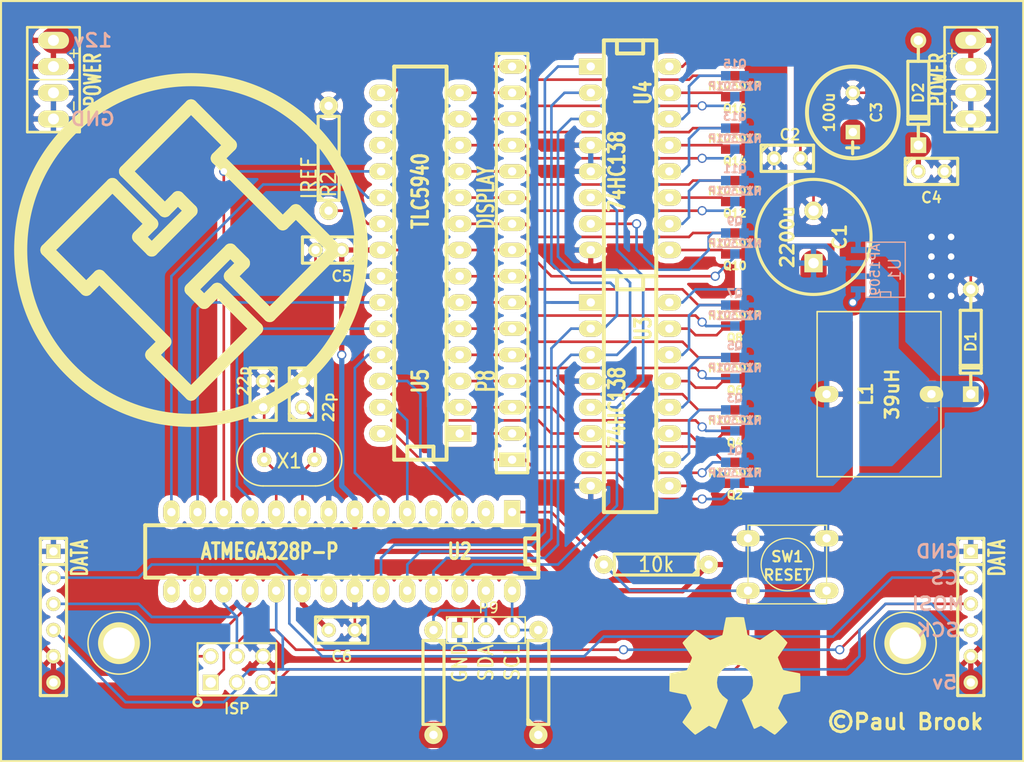
<source format=kicad_pcb>
(kicad_pcb (version 3) (host pcbnew "(2013-dec-23)-stable")
  (layers (15 F.Cu signal) (0 B.Cu signal) (18 B.Paste user) (19 F.Paste user) (20 B.SilkS user) (21 F.SilkS user) (22 B.Mask user) (23 F.Mask user) (28 Edge.Cuts user))
  (net 0 "")
  (net 1 /12v)
  (net 2 /5v)
  (net 3 /A)
  (net 4 /A0)
  (net 5 /A1)
  (net 6 /A2)
  (net 7 /A3)
  (net 8 /Ai)
  (net 9 /B)
  (net 10 /BLANK)
  (net 11 /Bi)
  (net 12 /C)
  (net 13 /CS)
  (net 14 /Ci)
  (net 15 /D)
  (net 16 /DCPRG)
  (net 17 /Di)
  (net 18 /E)
  (net 19 /Ei)
  (net 20 /F)
  (net 21 /Fi)
  (net 22 /G)
  (net 23 /GND)
  (net 24 /GSCLK)
  (net 25 /Gi)
  (net 26 /H)
  (net 27 /Hi)
  (net 28 /IREF)
  (net 29 /J)
  (net 30 /Ji)
  (net 31 /K)
  (net 32 /Ki)
  (net 33 /M)
  (net 34 /MISO)
  (net 35 /MOSI)
  (net 36 /Mi)
  (net 37 /N)
  (net 38 /Ni)
  (net 39 /P)
  (net 40 /Pi)
  (net 41 /Q)
  (net 42 /Qi)
  (net 43 /R)
  (net 44 /RESET)
  (net 45 /Ri)
  (net 46 /S)
  (net 47 /SCK)
  (net 48 /SCL)
  (net 49 /SCLK)
  (net 50 /SDA)
  (net 51 /SIN)
  (net 52 /Si)
  (net 53 /VPRG)
  (net 54 /XLAT)
  (net 55 /out)
  (net 56 /raw)
  (net 57 N-0000033)
  (net 58 N-0000034)
  (module INDUCTOR_TORROID (layer F.Cu) (at 137.16 90.17 90)
    (fp_text reference L1 (at 0 -1.27 90) (layer F.SilkS) (effects (font (size 1.27 1.27) (thickness 0.254))))
    (fp_text value 39uH (at 0 1.27 90) (layer F.SilkS) (effects (font (size 1.27 1.27) (thickness 0.254))))
    (pad 1 thru_hole oval (at 0 -5.08 90) (size 1.5748 2.286) (drill 0.8128) (layers *.Cu *.Mask F.SilkS) (net 2 /5v))
    (pad 2 thru_hole oval (at 0 5.08 90) (size 1.5748 2.286) (drill 0.8128) (layers *.Cu *.Mask F.SilkS) (net 55 /out))
  )
  (module SOT23GDS (layer F.Cu) (at 123.19 92.71 180)
    (fp_text reference Q4 (at 0 -2.159 180) (layer F.SilkS) (effects (font (size 0.762 0.762) (thickness 0.2032))))
    (fp_text value NX2301P (at 0 0 180) (layer F.SilkS) (effects (font (size 0.762 0.762) (thickness 0.2032))))
    (pad S smd rect (at -0.889 -1.016 180) (size 0.9144 0.9144) (layers F.Cu F.Paste F.Mask) (net 2 /5v))
    (pad G smd rect (at 0.889 -1.016 180) (size 0.9144 0.9144) (layers F.Cu F.Paste F.Mask) (net 17 /Di))
    (pad D smd rect (at 0 1.016 180) (size 0.9144 0.9144) (layers F.Cu F.Paste F.Mask) (net 15 /D))
  )
  (module SOT23GDS (layer B.Cu) (at 123.19 75.565 180)
    (fp_text reference Q9 (at 0 2.159 180) (layer B.SilkS) (effects (font (size 0.762 0.762) (thickness 0.2032)) (justify mirror)))
    (fp_text value NX2301P (at 0 0 180) (layer B.SilkS) (effects (font (size 0.762 0.762) (thickness 0.2032)) (justify mirror)))
    (pad S smd rect (at -0.889 1.016 180) (size 0.9144 0.9144) (layers B.Cu B.Paste B.Mask) (net 2 /5v))
    (pad G smd rect (at 0.889 1.016 180) (size 0.9144 0.9144) (layers B.Cu B.Paste B.Mask) (net 30 /Ji))
    (pad D smd rect (at 0 -1.016 180) (size 0.9144 0.9144) (layers B.Cu B.Paste B.Mask) (net 29 /J))
  )
  (module SOT23GDS (layer F.Cu) (at 123.19 75.565 180)
    (fp_text reference Q10 (at 0 -2.159 180) (layer F.SilkS) (effects (font (size 0.762 0.762) (thickness 0.2032))))
    (fp_text value NX2301P (at 0 0 180) (layer F.SilkS) (effects (font (size 0.762 0.762) (thickness 0.2032))))
    (pad S smd rect (at -0.889 -1.016 180) (size 0.9144 0.9144) (layers F.Cu F.Paste F.Mask) (net 2 /5v))
    (pad G smd rect (at 0.889 -1.016 180) (size 0.9144 0.9144) (layers F.Cu F.Paste F.Mask) (net 32 /Ki))
    (pad D smd rect (at 0 1.016 180) (size 0.9144 0.9144) (layers F.Cu F.Paste F.Mask) (net 31 /K))
  )
  (module SOT23GDS (layer B.Cu) (at 123.19 70.485 180)
    (fp_text reference Q11 (at 0 2.159 180) (layer B.SilkS) (effects (font (size 0.762 0.762) (thickness 0.2032)) (justify mirror)))
    (fp_text value NX2301P (at 0 0 180) (layer B.SilkS) (effects (font (size 0.762 0.762) (thickness 0.2032)) (justify mirror)))
    (pad S smd rect (at -0.889 1.016 180) (size 0.9144 0.9144) (layers B.Cu B.Paste B.Mask) (net 2 /5v))
    (pad G smd rect (at 0.889 1.016 180) (size 0.9144 0.9144) (layers B.Cu B.Paste B.Mask) (net 36 /Mi))
    (pad D smd rect (at 0 -1.016 180) (size 0.9144 0.9144) (layers B.Cu B.Paste B.Mask) (net 33 /M))
  )
  (module SOT23GDS (layer F.Cu) (at 123.19 82.55 180)
    (fp_text reference Q8 (at 0 -2.159 180) (layer F.SilkS) (effects (font (size 0.762 0.762) (thickness 0.2032))))
    (fp_text value NX2301P (at 0 0 180) (layer F.SilkS) (effects (font (size 0.762 0.762) (thickness 0.2032))))
    (pad S smd rect (at -0.889 -1.016 180) (size 0.9144 0.9144) (layers F.Cu F.Paste F.Mask) (net 2 /5v))
    (pad G smd rect (at 0.889 -1.016 180) (size 0.9144 0.9144) (layers F.Cu F.Paste F.Mask) (net 27 /Hi))
    (pad D smd rect (at 0 1.016 180) (size 0.9144 0.9144) (layers F.Cu F.Paste F.Mask) (net 26 /H))
  )
  (module SOT23GDS (layer B.Cu) (at 123.19 97.79 180)
    (fp_text reference Q1 (at 0 2.159 180) (layer B.SilkS) (effects (font (size 0.762 0.762) (thickness 0.2032)) (justify mirror)))
    (fp_text value NX2301P (at 0 0 180) (layer B.SilkS) (effects (font (size 0.762 0.762) (thickness 0.2032)) (justify mirror)))
    (pad S smd rect (at -0.889 1.016 180) (size 0.9144 0.9144) (layers B.Cu B.Paste B.Mask) (net 2 /5v))
    (pad G smd rect (at 0.889 1.016 180) (size 0.9144 0.9144) (layers B.Cu B.Paste B.Mask) (net 8 /Ai))
    (pad D smd rect (at 0 -1.016 180) (size 0.9144 0.9144) (layers B.Cu B.Paste B.Mask) (net 3 /A))
  )
  (module SOT23GDS (layer F.Cu) (at 123.19 97.79 180)
    (fp_text reference Q2 (at 0 -2.159 180) (layer F.SilkS) (effects (font (size 0.762 0.762) (thickness 0.2032))))
    (fp_text value NX2301P (at 0 0 180) (layer F.SilkS) (effects (font (size 0.762 0.762) (thickness 0.2032))))
    (pad S smd rect (at -0.889 -1.016 180) (size 0.9144 0.9144) (layers F.Cu F.Paste F.Mask) (net 2 /5v))
    (pad G smd rect (at 0.889 -1.016 180) (size 0.9144 0.9144) (layers F.Cu F.Paste F.Mask) (net 11 /Bi))
    (pad D smd rect (at 0 1.016 180) (size 0.9144 0.9144) (layers F.Cu F.Paste F.Mask) (net 9 /B))
  )
  (module SOT23GDS (layer F.Cu) (at 123.19 70.485 180)
    (fp_text reference Q12 (at 0 -2.159 180) (layer F.SilkS) (effects (font (size 0.762 0.762) (thickness 0.2032))))
    (fp_text value NX2301P (at 0 0 180) (layer F.SilkS) (effects (font (size 0.762 0.762) (thickness 0.2032))))
    (pad S smd rect (at -0.889 -1.016 180) (size 0.9144 0.9144) (layers F.Cu F.Paste F.Mask) (net 2 /5v))
    (pad G smd rect (at 0.889 -1.016 180) (size 0.9144 0.9144) (layers F.Cu F.Paste F.Mask) (net 38 /Ni))
    (pad D smd rect (at 0 1.016 180) (size 0.9144 0.9144) (layers F.Cu F.Paste F.Mask) (net 37 /N))
  )
  (module SOT23GDS (layer B.Cu) (at 123.19 92.71 180)
    (fp_text reference Q3 (at 0 2.159 180) (layer B.SilkS) (effects (font (size 0.762 0.762) (thickness 0.2032)) (justify mirror)))
    (fp_text value NX2301P (at 0 0 180) (layer B.SilkS) (effects (font (size 0.762 0.762) (thickness 0.2032)) (justify mirror)))
    (pad S smd rect (at -0.889 1.016 180) (size 0.9144 0.9144) (layers B.Cu B.Paste B.Mask) (net 2 /5v))
    (pad G smd rect (at 0.889 1.016 180) (size 0.9144 0.9144) (layers B.Cu B.Paste B.Mask) (net 14 /Ci))
    (pad D smd rect (at 0 -1.016 180) (size 0.9144 0.9144) (layers B.Cu B.Paste B.Mask) (net 12 /C))
  )
  (module SOT23GDS (layer B.Cu) (at 123.19 65.405 180)
    (fp_text reference Q13 (at 0 2.159 180) (layer B.SilkS) (effects (font (size 0.762 0.762) (thickness 0.2032)) (justify mirror)))
    (fp_text value NX2301P (at 0 0 180) (layer B.SilkS) (effects (font (size 0.762 0.762) (thickness 0.2032)) (justify mirror)))
    (pad S smd rect (at -0.889 1.016 180) (size 0.9144 0.9144) (layers B.Cu B.Paste B.Mask) (net 2 /5v))
    (pad G smd rect (at 0.889 1.016 180) (size 0.9144 0.9144) (layers B.Cu B.Paste B.Mask) (net 40 /Pi))
    (pad D smd rect (at 0 -1.016 180) (size 0.9144 0.9144) (layers B.Cu B.Paste B.Mask) (net 39 /P))
  )
  (module SOT23GDS (layer B.Cu) (at 123.19 87.63 180)
    (fp_text reference Q5 (at 0 2.159 180) (layer B.SilkS) (effects (font (size 0.762 0.762) (thickness 0.2032)) (justify mirror)))
    (fp_text value NX2301P (at 0 0 180) (layer B.SilkS) (effects (font (size 0.762 0.762) (thickness 0.2032)) (justify mirror)))
    (pad S smd rect (at -0.889 1.016 180) (size 0.9144 0.9144) (layers B.Cu B.Paste B.Mask) (net 2 /5v))
    (pad G smd rect (at 0.889 1.016 180) (size 0.9144 0.9144) (layers B.Cu B.Paste B.Mask) (net 19 /Ei))
    (pad D smd rect (at 0 -1.016 180) (size 0.9144 0.9144) (layers B.Cu B.Paste B.Mask) (net 18 /E))
  )
  (module SOT23GDS (layer F.Cu) (at 123.19 65.405 180)
    (fp_text reference Q14 (at 0 -2.159 180) (layer F.SilkS) (effects (font (size 0.762 0.762) (thickness 0.2032))))
    (fp_text value NX2301P (at 0 0 180) (layer F.SilkS) (effects (font (size 0.762 0.762) (thickness 0.2032))))
    (pad S smd rect (at -0.889 -1.016 180) (size 0.9144 0.9144) (layers F.Cu F.Paste F.Mask) (net 2 /5v))
    (pad G smd rect (at 0.889 -1.016 180) (size 0.9144 0.9144) (layers F.Cu F.Paste F.Mask) (net 42 /Qi))
    (pad D smd rect (at 0 1.016 180) (size 0.9144 0.9144) (layers F.Cu F.Paste F.Mask) (net 41 /Q))
  )
  (module SOT23GDS (layer B.Cu) (at 123.19 60.325 180)
    (fp_text reference Q15 (at 0 2.159 180) (layer B.SilkS) (effects (font (size 0.762 0.762) (thickness 0.2032)) (justify mirror)))
    (fp_text value NX2301P (at 0 0 180) (layer B.SilkS) (effects (font (size 0.762 0.762) (thickness 0.2032)) (justify mirror)))
    (pad S smd rect (at -0.889 1.016 180) (size 0.9144 0.9144) (layers B.Cu B.Paste B.Mask) (net 2 /5v))
    (pad G smd rect (at 0.889 1.016 180) (size 0.9144 0.9144) (layers B.Cu B.Paste B.Mask) (net 45 /Ri))
    (pad D smd rect (at 0 -1.016 180) (size 0.9144 0.9144) (layers B.Cu B.Paste B.Mask) (net 43 /R))
  )
  (module SOT23GDS (layer F.Cu) (at 123.19 60.325 180)
    (fp_text reference Q16 (at 0 -2.159 180) (layer F.SilkS) (effects (font (size 0.762 0.762) (thickness 0.2032))))
    (fp_text value NX2301P (at 0 0 180) (layer F.SilkS) (effects (font (size 0.762 0.762) (thickness 0.2032))))
    (pad S smd rect (at -0.889 -1.016 180) (size 0.9144 0.9144) (layers F.Cu F.Paste F.Mask) (net 2 /5v))
    (pad G smd rect (at 0.889 -1.016 180) (size 0.9144 0.9144) (layers F.Cu F.Paste F.Mask) (net 52 /Si))
    (pad D smd rect (at 0 1.016 180) (size 0.9144 0.9144) (layers F.Cu F.Paste F.Mask) (net 46 /S))
  )
  (module SOT23GDS (layer F.Cu) (at 123.19 87.63 180)
    (fp_text reference Q6 (at 0 -2.159 180) (layer F.SilkS) (effects (font (size 0.762 0.762) (thickness 0.2032))))
    (fp_text value NX2301P (at 0 0 180) (layer F.SilkS) (effects (font (size 0.762 0.762) (thickness 0.2032))))
    (pad S smd rect (at -0.889 -1.016 180) (size 0.9144 0.9144) (layers F.Cu F.Paste F.Mask) (net 2 /5v))
    (pad G smd rect (at 0.889 -1.016 180) (size 0.9144 0.9144) (layers F.Cu F.Paste F.Mask) (net 21 /Fi))
    (pad D smd rect (at 0 1.016 180) (size 0.9144 0.9144) (layers F.Cu F.Paste F.Mask) (net 20 /F))
  )
  (module SOT23GDS (layer B.Cu) (at 123.19 82.55 180)
    (fp_text reference Q7 (at 0 2.159 180) (layer B.SilkS) (effects (font (size 0.762 0.762) (thickness 0.2032)) (justify mirror)))
    (fp_text value NX2301P (at 0 0 180) (layer B.SilkS) (effects (font (size 0.762 0.762) (thickness 0.2032)) (justify mirror)))
    (pad S smd rect (at -0.889 1.016 180) (size 0.9144 0.9144) (layers B.Cu B.Paste B.Mask) (net 2 /5v))
    (pad G smd rect (at 0.889 1.016 180) (size 0.9144 0.9144) (layers B.Cu B.Paste B.Mask) (net 25 /Gi))
    (pad D smd rect (at 0 -1.016 180) (size 0.9144 0.9144) (layers B.Cu B.Paste B.Mask) (net 22 /G))
  )
  (module SO8E (layer B.Cu) (at 137.795 78.105 90)
    (fp_text reference U1 (at 0 0.889 90) (layer B.SilkS) (effects (font (size 1.143 1.143) (thickness 0.1524)) (justify mirror)))
    (fp_text value AP1509 (at 0 -1.016 90) (layer B.SilkS) (effects (font (size 0.889 0.889) (thickness 0.1524)) (justify mirror)))
    (pad 8 smd rect (at -1.905 2.667 90) (size 0.59944 1.39954) (layers B.Cu B.Paste B.Mask) (net 23 /GND))
    (pad 1 smd rect (at -1.905 -2.667 90) (size 0.59944 1.39954) (layers B.Cu B.Paste B.Mask) (net 1 /12v))
    (pad 7 smd rect (at -0.635 2.667 90) (size 0.59944 1.39954) (layers B.Cu B.Paste B.Mask) (net 23 /GND))
    (pad 6 smd rect (at 0.635 2.667 90) (size 0.59944 1.39954) (layers B.Cu B.Paste B.Mask) (net 23 /GND))
    (pad 5 smd rect (at 1.905 2.667 90) (size 0.59944 1.39954) (layers B.Cu B.Paste B.Mask) (net 23 /GND))
    (pad 2 smd rect (at -0.635 -2.667 90) (size 0.59944 1.39954) (layers B.Cu B.Paste B.Mask) (net 55 /out))
    (pad 3 smd rect (at 0.635 -2.667 90) (size 0.59944 1.39954) (layers B.Cu B.Paste B.Mask) (net 2 /5v))
    (pad 4 smd rect (at 1.905 -2.667 90) (size 0.59944 1.39954) (layers B.Cu B.Paste B.Mask) (net 23 /GND))
  )
  (module SIL-6 (layer F.Cu) (at 57.15 111.76 270)
    (fp_text reference P4 hide)
    (fp_text value DATA (at -5.715 -2.54 270) (layer F.SilkS) (effects (font (size 1.524 1.016) (thickness 0.254))))
    (pad 1 thru_hole rect (at -6.35 0 270) (size 1.397 1.397) (drill 0.8128) (layers *.Cu *.Mask F.SilkS) (net 23 /GND))
    (pad 2 thru_hole circle (at -3.81 0 270) (size 1.397 1.397) (drill 0.8128) (layers *.Cu *.Mask F.SilkS) (net 13 /CS))
    (pad 3 thru_hole circle (at -1.27 0 270) (size 1.397 1.397) (drill 0.8128) (layers *.Cu *.Mask F.SilkS) (net 35 /MOSI))
    (pad 4 thru_hole circle (at 1.27 0 270) (size 1.397 1.397) (drill 0.8128) (layers *.Cu *.Mask F.SilkS) (net 47 /SCK))
    (pad 5 thru_hole circle (at 3.81 0 270) (size 1.397 1.397) (drill 0.8128) (layers *.Cu *.Mask F.SilkS) (net 2 /5v))
    (pad 6 thru_hole circle (at 6.35 0 270) (size 1.397 1.397) (drill 0.8128) (layers *.Cu *.Mask F.SilkS) (net 2 /5v))
  )
  (module SIL-6 (layer F.Cu) (at 146.05 111.76 270)
    (fp_text reference P3 hide)
    (fp_text value DATA (at -5.715 -2.54 270) (layer F.SilkS) (effects (font (size 1.524 1.016) (thickness 0.254))))
    (pad 1 thru_hole rect (at -6.35 0 270) (size 1.397 1.397) (drill 0.8128) (layers *.Cu *.Mask F.SilkS) (net 23 /GND))
    (pad 2 thru_hole circle (at -3.81 0 270) (size 1.397 1.397) (drill 0.8128) (layers *.Cu *.Mask F.SilkS) (net 13 /CS))
    (pad 3 thru_hole circle (at -1.27 0 270) (size 1.397 1.397) (drill 0.8128) (layers *.Cu *.Mask F.SilkS) (net 35 /MOSI))
    (pad 4 thru_hole circle (at 1.27 0 270) (size 1.397 1.397) (drill 0.8128) (layers *.Cu *.Mask F.SilkS) (net 47 /SCK))
    (pad 5 thru_hole circle (at 3.81 0 270) (size 1.397 1.397) (drill 0.8128) (layers *.Cu *.Mask F.SilkS) (net 2 /5v))
    (pad 6 thru_hole circle (at 6.35 0 270) (size 1.397 1.397) (drill 0.8128) (layers *.Cu *.Mask F.SilkS) (net 2 /5v))
  )
  (module R4-LARGE_PADS (layer F.Cu) (at 115.57 106.68 180)
    (fp_text reference R1 hide)
    (fp_text value 10k (at 0 0 180) (layer F.SilkS) (effects (font (size 1.397 1.27) (thickness 0.2032))))
    (pad 1 thru_hole circle (at -5.08 0 180) (size 1.778 1.778) (drill 0.8128) (layers *.Cu *.Mask F.SilkS) (net 2 /5v))
    (pad 2 thru_hole circle (at 5.08 0 180) (size 1.778 1.778) (drill 0.8128) (layers *.Cu *.Mask F.SilkS) (net 44 /RESET))
  )
  (module DO-41 (layer F.Cu) (at 140.97 60.96 270)
    (fp_text reference D2 (at 0 0 270) (layer F.SilkS) (effects (font (size 1.016 1.016) (thickness 0.2032))))
    (fp_text value SR104 hide)
    (pad 2 thru_hole rect (at 5.08 0 270) (size 1.524 1.524) (drill 0.889) (layers *.Cu *.Mask F.SilkS) (net 1 /12v))
    (pad 1 thru_hole circle (at -5.08 0 270) (size 1.524 1.524) (drill 0.889) (layers *.Cu *.Mask F.SilkS) (net 56 /raw))
  )
  (module DO-41 (layer F.Cu) (at 146.05 85.09 270)
    (fp_text reference D1 (at 0 0 270) (layer F.SilkS) (effects (font (size 1.016 1.016) (thickness 0.2032))))
    (fp_text value SR104 hide)
    (pad 2 thru_hole rect (at 5.08 0 270) (size 1.524 1.524) (drill 0.889) (layers *.Cu *.Mask F.SilkS) (net 55 /out))
    (pad 1 thru_hole circle (at -5.08 0 270) (size 1.524 1.524) (drill 0.889) (layers *.Cu *.Mask F.SilkS) (net 23 /GND))
  )
  (module DIP-28__300_ELL (layer F.Cu) (at 92.71 77.47 90)
    (fp_text reference U5 (at -11.43 0 90) (layer F.SilkS) (effects (font (size 1.524 1.143) (thickness 0.3048))))
    (fp_text value TLC5940 (at 6.985 0 90) (layer F.SilkS) (effects (font (size 1.524 1.143) (thickness 0.3048))))
    (pad 2 thru_hole oval (at -13.97 3.81 90) (size 1.5748 2.286) (drill 0.8128) (layers *.Cu *.Mask F.SilkS) (net 12 /C))
    (pad 3 thru_hole oval (at -11.43 3.81 90) (size 1.5748 2.286) (drill 0.8128) (layers *.Cu *.Mask F.SilkS) (net 15 /D))
    (pad 4 thru_hole oval (at -8.89 3.81 90) (size 1.5748 2.286) (drill 0.8128) (layers *.Cu *.Mask F.SilkS) (net 18 /E))
    (pad 5 thru_hole oval (at -6.35 3.81 90) (size 1.5748 2.286) (drill 0.8128) (layers *.Cu *.Mask F.SilkS) (net 20 /F))
    (pad 6 thru_hole oval (at -3.81 3.81 90) (size 1.5748 2.286) (drill 0.8128) (layers *.Cu *.Mask F.SilkS) (net 22 /G))
    (pad 7 thru_hole oval (at -1.27 3.81 90) (size 1.5748 2.286) (drill 0.8128) (layers *.Cu *.Mask F.SilkS) (net 26 /H))
    (pad 8 thru_hole oval (at 1.27 3.81 90) (size 1.5748 2.286) (drill 0.8128) (layers *.Cu *.Mask F.SilkS) (net 29 /J))
    (pad 9 thru_hole oval (at 3.81 3.81 90) (size 1.5748 2.286) (drill 0.8128) (layers *.Cu *.Mask F.SilkS) (net 31 /K))
    (pad 10 thru_hole oval (at 6.35 3.81 90) (size 1.5748 2.286) (drill 0.8128) (layers *.Cu *.Mask F.SilkS) (net 33 /M))
    (pad 11 thru_hole oval (at 8.89 3.81 90) (size 1.5748 2.286) (drill 0.8128) (layers *.Cu *.Mask F.SilkS) (net 37 /N))
    (pad 12 thru_hole oval (at 11.43 3.81 90) (size 1.5748 2.286) (drill 0.8128) (layers *.Cu *.Mask F.SilkS) (net 39 /P))
    (pad 13 thru_hole oval (at 13.97 3.81 90) (size 1.5748 2.286) (drill 0.8128) (layers *.Cu *.Mask F.SilkS) (net 41 /Q))
    (pad 14 thru_hole oval (at 16.51 3.81 90) (size 1.5748 2.286) (drill 0.8128) (layers *.Cu *.Mask F.SilkS) (net 43 /R))
    (pad 1 thru_hole rect (at -16.51 3.81 90) (size 1.5748 2.286) (drill 0.8128) (layers *.Cu *.Mask F.SilkS) (net 9 /B))
    (pad 15 thru_hole oval (at 16.51 -3.81 90) (size 1.5748 2.286) (drill 0.8128) (layers *.Cu *.Mask F.SilkS) (net 46 /S))
    (pad 16 thru_hole oval (at 13.97 -3.81 90) (size 1.5748 2.286) (drill 0.8128) (layers *.Cu *.Mask F.SilkS))
    (pad 17 thru_hole oval (at 11.43 -3.81 90) (size 1.5748 2.286) (drill 0.8128) (layers *.Cu *.Mask F.SilkS))
    (pad 18 thru_hole oval (at 8.89 -3.81 90) (size 1.5748 2.286) (drill 0.8128) (layers *.Cu *.Mask F.SilkS) (net 24 /GSCLK))
    (pad 19 thru_hole oval (at 6.35 -3.81 90) (size 1.5748 2.286) (drill 0.8128) (layers *.Cu *.Mask F.SilkS) (net 16 /DCPRG))
    (pad 20 thru_hole oval (at 3.81 -3.81 90) (size 1.5748 2.286) (drill 0.8128) (layers *.Cu *.Mask F.SilkS) (net 28 /IREF))
    (pad 21 thru_hole oval (at 1.27 -3.81 90) (size 1.5748 2.286) (drill 0.8128) (layers *.Cu *.Mask F.SilkS) (net 2 /5v))
    (pad 22 thru_hole oval (at -1.27 -3.81 90) (size 1.5748 2.286) (drill 0.8128) (layers *.Cu *.Mask F.SilkS) (net 23 /GND))
    (pad 23 thru_hole oval (at -3.81 -3.81 90) (size 1.5748 2.286) (drill 0.8128) (layers *.Cu *.Mask F.SilkS) (net 10 /BLANK))
    (pad 24 thru_hole oval (at -6.35 -3.81 90) (size 1.5748 2.286) (drill 0.8128) (layers *.Cu *.Mask F.SilkS) (net 54 /XLAT))
    (pad 25 thru_hole oval (at -8.89 -3.81 90) (size 1.5748 2.286) (drill 0.8128) (layers *.Cu *.Mask F.SilkS) (net 49 /SCLK))
    (pad 26 thru_hole oval (at -11.43 -3.81 90) (size 1.5748 2.286) (drill 0.8128) (layers *.Cu *.Mask F.SilkS) (net 51 /SIN))
    (pad 27 thru_hole oval (at -13.97 -3.81 90) (size 1.5748 2.286) (drill 0.8128) (layers *.Cu *.Mask F.SilkS) (net 53 /VPRG))
    (pad 28 thru_hole oval (at -16.51 -3.81 90) (size 1.5748 2.286) (drill 0.8128) (layers *.Cu *.Mask F.SilkS) (net 3 /A))
  )
  (module DIP-16__300_ELL (layer F.Cu) (at 113.03 67.31 270)
    (fp_text reference U4 (at -6.35 -1.27 270) (layer F.SilkS) (effects (font (size 1.524 1.143) (thickness 0.3048))))
    (fp_text value 74HC138 (at 1.27 1.27 270) (layer F.SilkS) (effects (font (size 1.524 1.143) (thickness 0.3048))))
    (pad 1 thru_hole rect (at -8.89 3.81 270) (size 1.5748 2.286) (drill 0.8128) (layers *.Cu *.Mask F.SilkS) (net 4 /A0))
    (pad 2 thru_hole oval (at -6.35 3.81 270) (size 1.5748 2.286) (drill 0.8128) (layers *.Cu *.Mask F.SilkS) (net 5 /A1))
    (pad 3 thru_hole oval (at -3.81 3.81 270) (size 1.5748 2.286) (drill 0.8128) (layers *.Cu *.Mask F.SilkS) (net 6 /A2))
    (pad 4 thru_hole oval (at -1.27 3.81 270) (size 1.5748 2.286) (drill 0.8128) (layers *.Cu *.Mask F.SilkS) (net 23 /GND))
    (pad 5 thru_hole oval (at 1.27 3.81 270) (size 1.5748 2.286) (drill 0.8128) (layers *.Cu *.Mask F.SilkS) (net 23 /GND))
    (pad 6 thru_hole oval (at 3.81 3.81 270) (size 1.5748 2.286) (drill 0.8128) (layers *.Cu *.Mask F.SilkS) (net 7 /A3))
    (pad 7 thru_hole oval (at 6.35 3.81 270) (size 1.5748 2.286) (drill 0.8128) (layers *.Cu *.Mask F.SilkS) (net 30 /Ji))
    (pad 8 thru_hole oval (at 8.89 3.81 270) (size 1.5748 2.286) (drill 0.8128) (layers *.Cu *.Mask F.SilkS) (net 23 /GND))
    (pad 9 thru_hole oval (at 8.89 -3.81 270) (size 1.5748 2.286) (drill 0.8128) (layers *.Cu *.Mask F.SilkS) (net 32 /Ki))
    (pad 10 thru_hole oval (at 6.35 -3.81 270) (size 1.5748 2.286) (drill 0.8128) (layers *.Cu *.Mask F.SilkS) (net 36 /Mi))
    (pad 11 thru_hole oval (at 3.81 -3.81 270) (size 1.5748 2.286) (drill 0.8128) (layers *.Cu *.Mask F.SilkS) (net 38 /Ni))
    (pad 12 thru_hole oval (at 1.27 -3.81 270) (size 1.5748 2.286) (drill 0.8128) (layers *.Cu *.Mask F.SilkS) (net 40 /Pi))
    (pad 13 thru_hole oval (at -1.27 -3.81 270) (size 1.5748 2.286) (drill 0.8128) (layers *.Cu *.Mask F.SilkS) (net 42 /Qi))
    (pad 14 thru_hole oval (at -3.81 -3.81 270) (size 1.5748 2.286) (drill 0.8128) (layers *.Cu *.Mask F.SilkS) (net 45 /Ri))
    (pad 15 thru_hole oval (at -6.35 -3.81 270) (size 1.5748 2.286) (drill 0.8128) (layers *.Cu *.Mask F.SilkS) (net 52 /Si))
    (pad 16 thru_hole oval (at -8.89 -3.81 270) (size 1.5748 2.286) (drill 0.8128) (layers *.Cu *.Mask F.SilkS) (net 2 /5v))
  )
  (module DIP-16__300_ELL (layer F.Cu) (at 113.03 90.17 270)
    (fp_text reference U3 (at -6.35 -1.27 270) (layer F.SilkS) (effects (font (size 1.524 1.143) (thickness 0.3048))))
    (fp_text value 74HC138 (at 1.27 1.27 270) (layer F.SilkS) (effects (font (size 1.524 1.143) (thickness 0.3048))))
    (pad 1 thru_hole rect (at -8.89 3.81 270) (size 1.5748 2.286) (drill 0.8128) (layers *.Cu *.Mask F.SilkS) (net 4 /A0))
    (pad 2 thru_hole oval (at -6.35 3.81 270) (size 1.5748 2.286) (drill 0.8128) (layers *.Cu *.Mask F.SilkS) (net 5 /A1))
    (pad 3 thru_hole oval (at -3.81 3.81 270) (size 1.5748 2.286) (drill 0.8128) (layers *.Cu *.Mask F.SilkS) (net 6 /A2))
    (pad 4 thru_hole oval (at -1.27 3.81 270) (size 1.5748 2.286) (drill 0.8128) (layers *.Cu *.Mask F.SilkS) (net 23 /GND))
    (pad 5 thru_hole oval (at 1.27 3.81 270) (size 1.5748 2.286) (drill 0.8128) (layers *.Cu *.Mask F.SilkS) (net 7 /A3))
    (pad 6 thru_hole oval (at 3.81 3.81 270) (size 1.5748 2.286) (drill 0.8128) (layers *.Cu *.Mask F.SilkS) (net 2 /5v))
    (pad 7 thru_hole oval (at 6.35 3.81 270) (size 1.5748 2.286) (drill 0.8128) (layers *.Cu *.Mask F.SilkS) (net 8 /Ai))
    (pad 8 thru_hole oval (at 8.89 3.81 270) (size 1.5748 2.286) (drill 0.8128) (layers *.Cu *.Mask F.SilkS) (net 23 /GND))
    (pad 9 thru_hole oval (at 8.89 -3.81 270) (size 1.5748 2.286) (drill 0.8128) (layers *.Cu *.Mask F.SilkS) (net 11 /Bi))
    (pad 10 thru_hole oval (at 6.35 -3.81 270) (size 1.5748 2.286) (drill 0.8128) (layers *.Cu *.Mask F.SilkS) (net 14 /Ci))
    (pad 11 thru_hole oval (at 3.81 -3.81 270) (size 1.5748 2.286) (drill 0.8128) (layers *.Cu *.Mask F.SilkS) (net 17 /Di))
    (pad 12 thru_hole oval (at 1.27 -3.81 270) (size 1.5748 2.286) (drill 0.8128) (layers *.Cu *.Mask F.SilkS) (net 19 /Ei))
    (pad 13 thru_hole oval (at -1.27 -3.81 270) (size 1.5748 2.286) (drill 0.8128) (layers *.Cu *.Mask F.SilkS) (net 21 /Fi))
    (pad 14 thru_hole oval (at -3.81 -3.81 270) (size 1.5748 2.286) (drill 0.8128) (layers *.Cu *.Mask F.SilkS) (net 25 /Gi))
    (pad 15 thru_hole oval (at -6.35 -3.81 270) (size 1.5748 2.286) (drill 0.8128) (layers *.Cu *.Mask F.SilkS) (net 27 /Hi))
    (pad 16 thru_hole oval (at -8.89 -3.81 270) (size 1.5748 2.286) (drill 0.8128) (layers *.Cu *.Mask F.SilkS) (net 2 /5v))
  )
  (module C2V10 (layer F.Cu) (at 130.81 74.93 90)
    (fp_text reference C1 (at 0 2.54 90) (layer F.SilkS) (effects (font (size 1.27 1.27) (thickness 0.254))))
    (fp_text value 2200u (at 0 -2.54 90) (layer F.SilkS) (effects (font (size 1.27 1.27) (thickness 0.254))))
    (pad 1 thru_hole rect (at -2.54 0 90) (size 1.778 1.778) (drill 1.016) (layers *.Cu *.Mask F.SilkS) (net 2 /5v))
    (pad 2 thru_hole circle (at 2.54 0 90) (size 1.778 1.778) (drill 1.016) (layers *.Cu *.Mask F.SilkS) (net 23 /GND))
  )
  (module C1.5V8V (layer F.Cu) (at 134.62 62.865 90)
    (fp_text reference C3 (at 0 2.286 90) (layer F.SilkS) (effects (font (size 1.016 1.016) (thickness 0.2032))))
    (fp_text value 100u (at 0 -2.286 90) (layer F.SilkS) (effects (font (size 1.016 1.016) (thickness 0.2032))))
    (fp_text user + (at -3.429 -0.127 90) (layer F.SilkS) (effects (font (size 1.524 1.524) (thickness 0.3048))))
    (pad 1 thru_hole rect (at -1.905 0 90) (size 1.397 1.397) (drill 0.8128) (layers *.Cu *.Mask F.SilkS) (net 1 /12v))
    (pad 2 thru_hole circle (at 1.905 0 90) (size 1.397 1.397) (drill 0.8128) (layers *.Cu *.Mask F.SilkS) (net 23 /GND))
  )
  (module C1 (layer F.Cu) (at 128.27 67.31)
    (fp_text reference C2 (at 0.254 -2.286) (layer F.SilkS) (effects (font (size 1.016 1.016) (thickness 0.2032))))
    (fp_text value 100n hide)
    (pad 1 thru_hole circle (at -1.27 0) (size 1.397 1.397) (drill 0.8128) (layers *.Cu *.Mask F.SilkS) (net 2 /5v))
    (pad 2 thru_hole circle (at 1.27 0) (size 1.397 1.397) (drill 0.8128) (layers *.Cu *.Mask F.SilkS) (net 23 /GND))
  )
  (module C1 (layer F.Cu) (at 142.24 68.58)
    (fp_text reference C4 (at 0 2.54) (layer F.SilkS) (effects (font (size 1.016 1.016) (thickness 0.2032))))
    (fp_text value 100n hide)
    (pad 1 thru_hole circle (at -1.27 0) (size 1.397 1.397) (drill 0.8128) (layers *.Cu *.Mask F.SilkS) (net 1 /12v))
    (pad 2 thru_hole circle (at 1.27 0) (size 1.397 1.397) (drill 0.8128) (layers *.Cu *.Mask F.SilkS) (net 23 /GND))
  )
  (module C1 (layer F.Cu) (at 85.09 113.03)
    (fp_text reference C6 (at 0 2.54) (layer F.SilkS) (effects (font (size 1.016 1.016) (thickness 0.2032))))
    (fp_text value 100n hide)
    (pad 1 thru_hole circle (at -1.27 0) (size 1.397 1.397) (drill 0.8128) (layers *.Cu *.Mask F.SilkS) (net 2 /5v))
    (pad 2 thru_hole circle (at 1.27 0) (size 1.397 1.397) (drill 0.8128) (layers *.Cu *.Mask F.SilkS) (net 23 /GND))
  )
  (module C1 (layer F.Cu) (at 83.82 76.2 180)
    (fp_text reference C5 (at -1.27 -2.54 180) (layer F.SilkS) (effects (font (size 1.016 1.016) (thickness 0.2032))))
    (fp_text value 100n hide)
    (pad 1 thru_hole circle (at -1.27 0 180) (size 1.397 1.397) (drill 0.8128) (layers *.Cu *.Mask F.SilkS) (net 2 /5v))
    (pad 2 thru_hole circle (at 1.27 0 180) (size 1.397 1.397) (drill 0.8128) (layers *.Cu *.Mask F.SilkS) (net 23 /GND))
  )
  (module C1 (layer F.Cu) (at 81.28 90.17 90)
    (fp_text reference C8 hide)
    (fp_text value 22p (at -1.27 2.54 90) (layer F.SilkS) (effects (font (size 1.016 1.016) (thickness 0.2032))))
    (pad 1 thru_hole circle (at -1.27 0 90) (size 1.397 1.397) (drill 0.8128) (layers *.Cu *.Mask F.SilkS) (net 58 N-0000034))
    (pad 2 thru_hole circle (at 1.27 0 90) (size 1.397 1.397) (drill 0.8128) (layers *.Cu *.Mask F.SilkS) (net 23 /GND))
  )
  (module C1 (layer F.Cu) (at 77.47 90.17 270)
    (fp_text reference C9 hide)
    (fp_text value 22p (at -1.27 1.905 270) (layer F.SilkS) (effects (font (size 1.016 1.016) (thickness 0.2032))))
    (pad 1 thru_hole circle (at -1.27 0 270) (size 1.397 1.397) (drill 0.8128) (layers *.Cu *.Mask F.SilkS) (net 23 /GND))
    (pad 2 thru_hole circle (at 1.27 0 270) (size 1.397 1.397) (drill 0.8128) (layers *.Cu *.Mask F.SilkS) (net 57 N-0000033))
  )
  (module SIL-16-ELL (layer F.Cu) (at 101.6 77.47 90)
    (fp_text reference P8 (at -11.43 -2.54 90) (layer F.SilkS) (effects (font (size 1.72974 1.08712) (thickness 0.3048))))
    (fp_text value DISPLAY (at 6.35 -2.54 90) (layer F.SilkS) (effects (font (size 1.524 1.016) (thickness 0.3048))))
    (pad 1 thru_hole rect (at -19.05 0 90) (size 1.397 2.54) (drill 0.8128) (layers *.Cu *.Mask F.SilkS) (net 3 /A))
    (pad 2 thru_hole oval (at -16.51 0 90) (size 1.397 2.54) (drill 0.8128) (layers *.Cu *.Mask F.SilkS) (net 9 /B))
    (pad 3 thru_hole oval (at -13.97 0 90) (size 1.397 2.54) (drill 0.8128) (layers *.Cu *.Mask F.SilkS) (net 12 /C))
    (pad 4 thru_hole oval (at -11.43 0 90) (size 1.397 2.54) (drill 0.8128) (layers *.Cu *.Mask F.SilkS) (net 15 /D))
    (pad 5 thru_hole oval (at -8.89 0 90) (size 1.397 2.54) (drill 0.8128) (layers *.Cu *.Mask F.SilkS) (net 18 /E))
    (pad 6 thru_hole oval (at -6.35 0 90) (size 1.397 2.54) (drill 0.8128) (layers *.Cu *.Mask F.SilkS) (net 20 /F))
    (pad 7 thru_hole oval (at -3.81 0 90) (size 1.397 2.54) (drill 0.8128) (layers *.Cu *.Mask F.SilkS) (net 22 /G))
    (pad 8 thru_hole oval (at -1.27 0 90) (size 1.397 2.54) (drill 0.8128) (layers *.Cu *.Mask F.SilkS) (net 26 /H))
    (pad 9 thru_hole oval (at 1.27 0 90) (size 1.397 2.54) (drill 0.8128) (layers *.Cu *.Mask F.SilkS) (net 29 /J))
    (pad 10 thru_hole oval (at 3.81 0 90) (size 1.397 2.54) (drill 0.8128) (layers *.Cu *.Mask F.SilkS) (net 31 /K))
    (pad 11 thru_hole oval (at 6.35 0 90) (size 1.397 2.54) (drill 0.8128) (layers *.Cu *.Mask F.SilkS) (net 33 /M))
    (pad 12 thru_hole oval (at 8.89 0 90) (size 1.397 2.54) (drill 0.8128) (layers *.Cu *.Mask F.SilkS) (net 37 /N))
    (pad 13 thru_hole oval (at 11.43 0 90) (size 1.397 2.54) (drill 0.8128) (layers *.Cu *.Mask F.SilkS) (net 39 /P))
    (pad 14 thru_hole oval (at 13.97 0 90) (size 1.397 2.54) (drill 0.8128) (layers *.Cu *.Mask F.SilkS) (net 41 /Q))
    (pad 15 thru_hole oval (at 16.51 0 90) (size 1.397 2.54) (drill 0.8128) (layers *.Cu *.Mask F.SilkS) (net 43 /R))
    (pad 16 thru_hole oval (at 19.05 0 90) (size 1.397 2.54) (drill 0.8128) (layers *.Cu *.Mask F.SilkS) (net 46 /S))
  )
  (module HOLE3 (layer F.Cu) (at 63.5 114.3)
    (fp_text reference P7 hide)
    (fp_text value CONN_1 hide)
    (pad 1 thru_hole circle (at 0 0) (size 4.064 4.064) (drill 3.048) (layers *.Cu *.Mask F.SilkS) (net 23 /GND))
  )
  (module HOLE3 (layer F.Cu) (at 139.7 114.3)
    (fp_text reference P6 hide)
    (fp_text value CONN_1 hide)
    (pad 1 thru_hole circle (at 0 0) (size 4.064 4.064) (drill 3.048) (layers *.Cu *.Mask F.SilkS) (net 23 /GND))
  )
  (module DIP-28__300_ELL (layer F.Cu) (at 85.09 105.41 180)
    (fp_text reference U2 (at -11.43 0 180) (layer F.SilkS) (effects (font (size 1.524 1.143) (thickness 0.3048))))
    (fp_text value ATMEGA328P-P (at 6.985 0 180) (layer F.SilkS) (effects (font (size 1.524 1.143) (thickness 0.3048))))
    (pad 2 thru_hole oval (at -13.97 3.81 180) (size 1.5748 2.286) (drill 0.8128) (layers *.Cu *.Mask F.SilkS))
    (pad 3 thru_hole oval (at -11.43 3.81 180) (size 1.5748 2.286) (drill 0.8128) (layers *.Cu *.Mask F.SilkS) (net 51 /SIN))
    (pad 4 thru_hole oval (at -8.89 3.81 180) (size 1.5748 2.286) (drill 0.8128) (layers *.Cu *.Mask F.SilkS))
    (pad 5 thru_hole oval (at -6.35 3.81 180) (size 1.5748 2.286) (drill 0.8128) (layers *.Cu *.Mask F.SilkS) (net 53 /VPRG))
    (pad 6 thru_hole oval (at -3.81 3.81 180) (size 1.5748 2.286) (drill 0.8128) (layers *.Cu *.Mask F.SilkS) (net 49 /SCLK))
    (pad 7 thru_hole oval (at -1.27 3.81 180) (size 1.5748 2.286) (drill 0.8128) (layers *.Cu *.Mask F.SilkS) (net 2 /5v))
    (pad 8 thru_hole oval (at 1.27 3.81 180) (size 1.5748 2.286) (drill 0.8128) (layers *.Cu *.Mask F.SilkS) (net 23 /GND))
    (pad 9 thru_hole oval (at 3.81 3.81 180) (size 1.5748 2.286) (drill 0.8128) (layers *.Cu *.Mask F.SilkS) (net 58 N-0000034))
    (pad 10 thru_hole oval (at 6.35 3.81 180) (size 1.5748 2.286) (drill 0.8128) (layers *.Cu *.Mask F.SilkS) (net 57 N-0000033))
    (pad 11 thru_hole oval (at 8.89 3.81 180) (size 1.5748 2.286) (drill 0.8128) (layers *.Cu *.Mask F.SilkS) (net 54 /XLAT))
    (pad 12 thru_hole oval (at 11.43 3.81 180) (size 1.5748 2.286) (drill 0.8128) (layers *.Cu *.Mask F.SilkS) (net 24 /GSCLK))
    (pad 13 thru_hole oval (at 13.97 3.81 180) (size 1.5748 2.286) (drill 0.8128) (layers *.Cu *.Mask F.SilkS) (net 10 /BLANK))
    (pad 14 thru_hole oval (at 16.51 3.81 180) (size 1.5748 2.286) (drill 0.8128) (layers *.Cu *.Mask F.SilkS) (net 16 /DCPRG))
    (pad 1 thru_hole rect (at -16.51 3.81 180) (size 1.5748 2.286) (drill 0.8128) (layers *.Cu *.Mask F.SilkS) (net 44 /RESET))
    (pad 15 thru_hole oval (at 16.51 -3.81 180) (size 1.5748 2.286) (drill 0.8128) (layers *.Cu *.Mask F.SilkS))
    (pad 16 thru_hole oval (at 13.97 -3.81 180) (size 1.5748 2.286) (drill 0.8128) (layers *.Cu *.Mask F.SilkS) (net 13 /CS))
    (pad 17 thru_hole oval (at 11.43 -3.81 180) (size 1.5748 2.286) (drill 0.8128) (layers *.Cu *.Mask F.SilkS) (net 35 /MOSI))
    (pad 18 thru_hole oval (at 8.89 -3.81 180) (size 1.5748 2.286) (drill 0.8128) (layers *.Cu *.Mask F.SilkS) (net 34 /MISO))
    (pad 19 thru_hole oval (at 6.35 -3.81 180) (size 1.5748 2.286) (drill 0.8128) (layers *.Cu *.Mask F.SilkS) (net 47 /SCK))
    (pad 20 thru_hole oval (at 3.81 -3.81 180) (size 1.5748 2.286) (drill 0.8128) (layers *.Cu *.Mask F.SilkS) (net 2 /5v))
    (pad 21 thru_hole oval (at 1.27 -3.81 180) (size 1.5748 2.286) (drill 0.8128) (layers *.Cu *.Mask F.SilkS))
    (pad 22 thru_hole oval (at -1.27 -3.81 180) (size 1.5748 2.286) (drill 0.8128) (layers *.Cu *.Mask F.SilkS) (net 23 /GND))
    (pad 23 thru_hole oval (at -3.81 -3.81 180) (size 1.5748 2.286) (drill 0.8128) (layers *.Cu *.Mask F.SilkS) (net 4 /A0))
    (pad 24 thru_hole oval (at -6.35 -3.81 180) (size 1.5748 2.286) (drill 0.8128) (layers *.Cu *.Mask F.SilkS) (net 5 /A1))
    (pad 25 thru_hole oval (at -8.89 -3.81 180) (size 1.5748 2.286) (drill 0.8128) (layers *.Cu *.Mask F.SilkS) (net 6 /A2))
    (pad 26 thru_hole oval (at -11.43 -3.81 180) (size 1.5748 2.286) (drill 0.8128) (layers *.Cu *.Mask F.SilkS) (net 7 /A3))
    (pad 27 thru_hole oval (at -13.97 -3.81 180) (size 1.5748 2.286) (drill 0.8128) (layers *.Cu *.Mask F.SilkS) (net 50 /SDA))
    (pad 28 thru_hole oval (at -16.51 -3.81 180) (size 1.5748 2.286) (drill 0.8128) (layers *.Cu *.Mask F.SilkS) (net 48 /SCL))
  )
  (module power2 (layer F.Cu) (at 146.05 59.69 90)
    (fp_text reference P1 hide)
    (fp_text value POWER (at 0 -3.175 90) (layer F.SilkS) (effects (font (size 1.524 1.016) (thickness 0.254))))
    (fp_text user - (at -2.54 -1.905 90) (layer F.SilkS))
    (fp_text user + (at 2.54 -1.905 90) (layer F.SilkS))
    (pad 1 thru_hole oval (at -1.27 0 90) (size 1.651 3.01498) (drill 1.0668) (layers *.Cu F.Paste F.SilkS F.Mask) (net 23 /GND))
    (pad 2 thru_hole oval (at 1.27 0 90) (size 1.651 3.01498) (drill 1.0668) (layers *.Cu F.Paste F.SilkS F.Mask) (net 56 /raw))
    (pad 1 thru_hole oval (at -3.81 0 90) (size 1.651 3.01498) (drill 1.0668) (layers *.Cu F.Paste F.SilkS F.Mask) (net 23 /GND))
    (pad 2 thru_hole oval (at 3.81 0 90) (size 1.651 3.01498) (drill 1.0668) (layers *.Cu F.Paste F.SilkS F.Mask) (net 56 /raw))
  )
  (module power2 (layer F.Cu) (at 57.15 59.69 90)
    (fp_text reference P2 hide)
    (fp_text value POWER (at 0 3.81 90) (layer F.SilkS) (effects (font (size 1.524 1.016) (thickness 0.254))))
    (fp_text user - (at -2.54 1.905 90) (layer F.SilkS))
    (fp_text user + (at 2.54 1.905 90) (layer F.SilkS))
    (pad 1 thru_hole oval (at -1.27 0 90) (size 1.651 3.01498) (drill 1.0668) (layers *.Cu F.Paste F.SilkS F.Mask) (net 23 /GND))
    (pad 2 thru_hole oval (at 1.27 0 90) (size 1.651 3.01498) (drill 1.0668) (layers *.Cu F.Paste F.SilkS F.Mask) (net 56 /raw))
    (pad 1 thru_hole oval (at -3.81 0 90) (size 1.651 3.01498) (drill 1.0668) (layers *.Cu F.Paste F.SilkS F.Mask) (net 23 /GND))
    (pad 2 thru_hole oval (at 3.81 0 90) (size 1.651 3.01498) (drill 1.0668) (layers *.Cu F.Paste F.SilkS F.Mask) (net 56 /raw))
  )
  (module isp (layer F.Cu) (at 74.93 116.84)
    (fp_text reference P5 hide)
    (fp_text value ISP (at 0 3.81) (layer F.SilkS) (effects (font (size 1.016 1.016) (thickness 0.2032))))
    (pad 1 thru_hole rect (at -2.54 1.27) (size 1.524 1.524) (drill 1.016) (layers *.Cu *.Mask F.SilkS) (net 34 /MISO))
    (pad 2 thru_hole circle (at -2.54 -1.27) (size 1.524 1.524) (drill 1.016) (layers *.Cu *.Mask F.SilkS) (net 2 /5v))
    (pad 3 thru_hole circle (at 0 1.27) (size 1.524 1.524) (drill 1.016) (layers *.Cu *.Mask F.SilkS) (net 47 /SCK))
    (pad 4 thru_hole circle (at 0 -1.27) (size 1.524 1.524) (drill 1.016) (layers *.Cu *.Mask F.SilkS) (net 35 /MOSI))
    (pad 5 thru_hole circle (at 2.54 1.27) (size 1.524 1.524) (drill 1.016) (layers *.Cu *.Mask F.SilkS) (net 44 /RESET))
    (pad 6 thru_hole circle (at 2.54 -1.27) (size 1.524 1.524) (drill 1.016) (layers *.Cu *.Mask F.SilkS) (net 23 /GND))
  )
  (module Crystal (layer F.Cu) (at 80.01 96.52)
    (fp_text reference X1 (at 0 0.127) (layer F.SilkS) (effects (font (size 1.397 1.27) (thickness 0.2032))))
    (fp_text value 16MHz hide)
    (pad 1 thru_hole circle (at -2.4384 0) (size 1.397 1.397) (drill 0.635) (layers *.Cu *.Mask F.SilkS) (net 57 N-0000033))
    (pad 2 thru_hole circle (at 2.4384 0) (size 1.397 1.397) (drill 0.635) (layers *.Cu *.Mask F.SilkS) (net 58 N-0000034))
  )
  (module R4-LARGE_PADS (layer F.Cu) (at 83.82 67.31 90)
    (fp_text reference R2 (at -2.54 0 90) (layer F.SilkS) (effects (font (size 1.397 1.27) (thickness 0.2032))))
    (fp_text value IREF (at -1.905 -1.905 90) (layer F.SilkS) (effects (font (size 1.397 1.27) (thickness 0.2032))))
    (pad 1 thru_hole circle (at -5.08 0 90) (size 1.778 1.778) (drill 0.8128) (layers *.Cu *.Mask F.SilkS) (net 28 /IREF))
    (pad 2 thru_hole circle (at 5.08 0 90) (size 1.778 1.778) (drill 0.8128) (layers *.Cu *.Mask F.SilkS) (net 23 /GND))
  )
  (module SW_PUSH_SMALL (layer F.Cu) (at 128.27 106.68)
    (fp_text reference SW1 (at 0 -0.762) (layer F.SilkS) (effects (font (size 1.016 1.016) (thickness 0.2032))))
    (fp_text value RESET (at 0 1.016) (layer F.SilkS) (effects (font (size 1.016 1.016) (thickness 0.2032))))
    (pad 1 thru_hole oval (at 3.81 -2.54) (size 2.286 1.5748) (drill 0.8128) (layers *.Cu *.Mask F.SilkS) (net 23 /GND))
    (pad 2 thru_hole oval (at 3.81 2.54) (size 2.286 1.5748) (drill 0.8128) (layers *.Cu *.Mask F.SilkS) (net 44 /RESET))
    (pad 1 thru_hole oval (at -3.81 -2.54) (size 2.286 1.5748) (drill 0.8128) (layers *.Cu *.Mask F.SilkS) (net 23 /GND))
    (pad 2 thru_hole oval (at -3.81 2.54) (size 2.286 1.5748) (drill 0.8128) (layers *.Cu *.Mask F.SilkS) (net 44 /RESET))
  )
  (module R4-LARGE_PADS (layer F.Cu) (at 104.14 118.11 90)
    (fp_text reference R4 hide)
    (fp_text value SCL (at 1.905 -2.54 90) (layer F.SilkS) (effects (font (size 1.397 1.27) (thickness 0.2032))))
    (pad 1 thru_hole circle (at -5.08 0 90) (size 1.778 1.778) (drill 0.8128) (layers *.Cu *.Mask F.SilkS) (net 2 /5v))
    (pad 2 thru_hole circle (at 5.08 0 90) (size 1.778 1.778) (drill 0.8128) (layers *.Cu *.Mask F.SilkS) (net 48 /SCL))
  )
  (module R4-LARGE_PADS (layer F.Cu) (at 93.98 118.11 270)
    (fp_text reference R3 hide)
    (fp_text value SDA (at -1.905 -5.08 270) (layer F.SilkS) (effects (font (size 1.397 1.27) (thickness 0.2032))))
    (pad 1 thru_hole circle (at -5.08 0 270) (size 1.778 1.778) (drill 0.8128) (layers *.Cu *.Mask F.SilkS) (net 50 /SDA))
    (pad 2 thru_hole circle (at 5.08 0 270) (size 1.778 1.778) (drill 0.8128) (layers *.Cu *.Mask F.SilkS) (net 2 /5v))
  )
  (module PIN_ARRAY_3X1 (layer F.Cu) (at 99.06 113.03)
    (fp_text reference P9 (at 0.254 -2.159) (layer F.SilkS) (effects (font (size 1.016 1.016) (thickness 0.1524))))
    (fp_text value I2C hide)
    (pad 1 thru_hole rect (at -2.54 0) (size 1.524 1.524) (drill 1.016) (layers *.Cu *.Mask F.SilkS) (net 23 /GND))
    (pad 2 thru_hole circle (at 0 0) (size 1.524 1.524) (drill 1.016) (layers *.Cu *.Mask F.SilkS) (net 50 /SDA))
    (pad 3 thru_hole circle (at 2.54 0) (size 1.524 1.524) (drill 1.016) (layers *.Cu *.Mask F.SilkS) (net 48 /SCL))
  )
  (module OSHW_LOGO (layer F.Cu) (at 123.19 117.475)
    (fp_text reference G*** hide)
    (fp_text value OSHW_LOGO hide)
  )
  (module HACKSPACE_LOGO (layer F.Cu) (at 70.485 76.2)
    (fp_text reference HACKSPACE_LOGO hide)
    (fp_text value VAL** hide)
  )
  (gr_text GND (at 60.96 63.5) (layer B.SilkS) (effects (font (size 1.27 1.397) (thickness 0.254)) (justify mirror)))
  (gr_text 12v (at 60.96 55.88) (layer B.SilkS) (effects (font (size 1.27 1.397) (thickness 0.254)) (justify mirror)))
  (gr_text 5v (at 143.51 118.11) (layer B.SilkS) (effects (font (size 1.27 1.397) (thickness 0.254)) (justify mirror)))
  (gr_text SCK (at 142.875 113.03) (layer B.SilkS) (effects (font (size 1.27 1.397) (thickness 0.254)) (justify mirror)))
  (gr_text GND (at 142.875 105.41) (layer B.SilkS) (effects (font (size 1.27 1.397) (thickness 0.254)) (justify mirror)))
  (gr_text CS (at 143.51 107.95) (layer B.SilkS) (effects (font (size 1.27 1.397) (thickness 0.254)) (justify mirror)))
  (gr_text MOSI (at 142.875 110.49) (layer B.SilkS) (effects (font (size 1.27 1.397) (thickness 0.254)) (justify mirror)))
  (gr_text GND (at 96.52 116.205 90) (layer F.SilkS) (effects (font (size 1.397 1.27) (thickness 0.2032))))
  (gr_text "©Paul Brook" (at 139.7 121.92) (layer F.SilkS) (effects (font (size 1.5 1.5) (thickness 0.3))))
  (gr_line (start 52.07 125.73) (end 52.07 52.07) (angle 90) (layer F.SilkS) (width 0.2))
  (gr_line (start 151.13 125.73) (end 52.07 125.73) (angle 90) (layer F.SilkS) (width 0.2))
  (gr_line (start 151.13 52.07) (end 151.13 125.73) (angle 90) (layer F.SilkS) (width 0.2))
  (gr_line (start 52.07 52.07) (end 151.13 52.07) (angle 90) (layer F.SilkS) (width 0.2))
  (segment (start 140.97 66.04) (end 140.97 68.58) (width 0.508) (layer F.Cu) (net 1))
  (segment (start 134.62 66.04) (end 134.62 81.28) (width 2.54) (layer F.Cu) (net 1))
  (segment (start 135.128 80.772) (end 135.128 80.01) (width 0.508) (layer B.Cu) (net 1))
  (segment (start 134.62 81.28) (end 135.128 80.772) (width 0.508) (layer B.Cu) (net 1))
  (via (at 134.62 81.28) (size 0.889) (layers F.Cu B.Cu) (net 1))
  (segment (start 140.97 66.04) (end 134.62 66.04) (width 2.54) (layer F.Cu) (net 1))
  (segment (start 134.62 66.04) (end 134.62 64.77) (width 2.54) (layer F.Cu) (net 1))
  (segment (start 86.36 105.41) (end 86.36 101.6) (width 0.508) (layer F.Cu) (net 2))
  (segment (start 104.14 106.68) (end 102.87 105.41) (width 0.508) (layer F.Cu) (net 2))
  (segment (start 86.36 105.41) (end 85.09 106.68) (width 0.508) (layer F.Cu) (net 2))
  (segment (start 102.87 105.41) (end 86.36 105.41) (width 0.508) (layer F.Cu) (net 2))
  (segment (start 72.39 115.57) (end 70.485 115.57) (width 0.254) (layer F.Cu) (net 2))
  (segment (start 69.85 122.555) (end 69.85 123.19) (width 0.254) (layer F.Cu) (net 2))
  (segment (start 69.85 116.205) (end 69.85 122.555) (width 0.254) (layer F.Cu) (net 2))
  (segment (start 70.485 115.57) (end 69.85 116.205) (width 0.254) (layer F.Cu) (net 2))
  (segment (start 127 80.01) (end 119.38 80.01) (width 0.254) (layer B.Cu) (net 2))
  (segment (start 118.11 81.28) (end 116.84 81.28) (width 0.254) (layer B.Cu) (net 2))
  (segment (start 119.38 80.01) (end 118.11 81.28) (width 0.254) (layer B.Cu) (net 2))
  (segment (start 127 62.23) (end 127 58.42) (width 0.254) (layer F.Cu) (net 2))
  (segment (start 118.11 58.42) (end 116.84 58.42) (width 0.254) (layer F.Cu) (net 2))
  (segment (start 118.745 57.785) (end 118.11 58.42) (width 0.254) (layer F.Cu) (net 2))
  (segment (start 126.365 57.785) (end 118.745 57.785) (width 0.254) (layer F.Cu) (net 2))
  (segment (start 127 58.42) (end 126.365 57.785) (width 0.254) (layer F.Cu) (net 2))
  (segment (start 127 65.405) (end 127 60.325) (width 0.254) (layer B.Cu) (net 2))
  (segment (start 125.984 59.309) (end 124.079 59.309) (width 0.254) (layer B.Cu) (net 2))
  (segment (start 127 60.325) (end 125.984 59.309) (width 0.254) (layer B.Cu) (net 2))
  (segment (start 146.05 115.57) (end 146.05 118.11) (width 0.508) (layer F.Cu) (net 2))
  (segment (start 57.15 115.57) (end 57.15 118.11) (width 0.508) (layer F.Cu) (net 2))
  (segment (start 135.128 77.47) (end 130.81 77.47) (width 0.254) (layer B.Cu) (net 2))
  (segment (start 109.22 93.98) (end 105.41 93.98) (width 0.254) (layer F.Cu) (net 2))
  (segment (start 92.71 76.2) (end 88.9 76.2) (width 0.254) (layer F.Cu) (net 2))
  (segment (start 93.98 77.47) (end 92.71 76.2) (width 0.254) (layer F.Cu) (net 2))
  (segment (start 93.98 91.44) (end 93.98 77.47) (width 0.254) (layer F.Cu) (net 2))
  (segment (start 95.25 92.71) (end 93.98 91.44) (width 0.254) (layer F.Cu) (net 2))
  (segment (start 104.14 92.71) (end 95.25 92.71) (width 0.254) (layer F.Cu) (net 2))
  (segment (start 105.41 93.98) (end 104.14 92.71) (width 0.254) (layer F.Cu) (net 2))
  (segment (start 85.09 76.2) (end 88.9 76.2) (width 0.508) (layer F.Cu) (net 2))
  (via (at 85.09 86.36) (size 0.889) (layers F.Cu B.Cu) (net 2))
  (segment (start 86.36 100.33) (end 85.09 99.06) (width 0.508) (layer B.Cu) (net 2))
  (segment (start 85.09 99.06) (end 85.09 86.36) (width 0.508) (layer B.Cu) (net 2))
  (segment (start 86.36 101.6) (end 86.36 100.33) (width 0.508) (layer B.Cu) (net 2))
  (segment (start 85.09 86.36) (end 85.09 76.2) (width 0.508) (layer F.Cu) (net 2))
  (segment (start 81.28 109.22) (end 81.28 110.49) (width 0.508) (layer F.Cu) (net 2))
  (segment (start 81.28 110.49) (end 83.82 113.03) (width 0.508) (layer F.Cu) (net 2))
  (segment (start 85.09 106.68) (end 82.55 106.68) (width 0.508) (layer F.Cu) (net 2))
  (segment (start 82.55 106.68) (end 81.28 107.95) (width 0.508) (layer F.Cu) (net 2))
  (segment (start 81.28 107.95) (end 81.28 109.22) (width 0.508) (layer F.Cu) (net 2))
  (segment (start 120.65 106.68) (end 118.11 109.22) (width 0.508) (layer F.Cu) (net 2))
  (segment (start 106.68 109.22) (end 104.14 106.68) (width 0.508) (layer F.Cu) (net 2))
  (segment (start 118.11 109.22) (end 106.68 109.22) (width 0.508) (layer F.Cu) (net 2))
  (segment (start 120.65 106.68) (end 128.27 106.68) (width 0.508) (layer F.Cu) (net 2))
  (segment (start 146.05 118.11) (end 140.97 123.19) (width 2.54) (layer F.Cu) (net 2))
  (segment (start 62.23 123.19) (end 57.15 118.11) (width 2.54) (layer F.Cu) (net 2))
  (segment (start 140.97 123.19) (end 128.27 123.19) (width 2.54) (layer F.Cu) (net 2))
  (segment (start 128.27 123.19) (end 104.14 123.19) (width 2.54) (layer F.Cu) (net 2))
  (segment (start 104.14 123.19) (end 93.98 123.19) (width 2.54) (layer F.Cu) (net 2))
  (segment (start 93.98 123.19) (end 69.85 123.19) (width 2.54) (layer F.Cu) (net 2))
  (segment (start 69.85 123.19) (end 62.23 123.19) (width 2.54) (layer F.Cu) (net 2))
  (segment (start 130.81 77.47) (end 130.81 97.155) (width 2.54) (layer F.Cu) (net 2))
  (segment (start 128.27 99.695) (end 128.27 106.68) (width 2.54) (layer F.Cu) (net 2))
  (segment (start 128.27 106.68) (end 128.27 123.19) (width 2.54) (layer F.Cu) (net 2))
  (segment (start 130.81 97.155) (end 128.27 99.695) (width 2.54) (layer F.Cu) (net 2))
  (segment (start 124.079 91.694) (end 126.746 91.694) (width 0.254) (layer B.Cu) (net 2))
  (segment (start 126.746 91.694) (end 127 91.44) (width 0.254) (layer B.Cu) (net 2))
  (segment (start 124.079 86.614) (end 126.746 86.614) (width 0.254) (layer B.Cu) (net 2))
  (segment (start 126.746 86.614) (end 127 86.36) (width 0.254) (layer B.Cu) (net 2))
  (segment (start 130.81 77.47) (end 127.635 77.47) (width 0.254) (layer B.Cu) (net 2))
  (segment (start 127.635 77.47) (end 127 76.835) (width 0.254) (layer B.Cu) (net 2))
  (segment (start 124.079 81.534) (end 126.619 81.534) (width 0.254) (layer B.Cu) (net 2))
  (segment (start 126.619 81.534) (end 127 81.915) (width 0.254) (layer B.Cu) (net 2))
  (segment (start 124.079 74.549) (end 126.619 74.549) (width 0.254) (layer B.Cu) (net 2))
  (segment (start 126.619 74.549) (end 127 74.93) (width 0.254) (layer B.Cu) (net 2))
  (segment (start 124.079 64.389) (end 125.984 64.389) (width 0.254) (layer B.Cu) (net 2))
  (segment (start 127 65.405) (end 127 67.31) (width 0.254) (layer B.Cu) (net 2))
  (segment (start 125.984 64.389) (end 127 65.405) (width 0.254) (layer B.Cu) (net 2))
  (segment (start 124.079 66.421) (end 125.984 66.421) (width 0.254) (layer F.Cu) (net 2))
  (segment (start 125.984 66.421) (end 127 65.405) (width 0.254) (layer F.Cu) (net 2))
  (segment (start 127 67.31) (end 127 65.405) (width 0.254) (layer F.Cu) (net 2))
  (segment (start 127 65.405) (end 127 62.23) (width 0.254) (layer F.Cu) (net 2))
  (segment (start 126.111 61.341) (end 124.079 61.341) (width 0.254) (layer F.Cu) (net 2))
  (segment (start 127 62.23) (end 126.111 61.341) (width 0.254) (layer F.Cu) (net 2))
  (segment (start 127 73.025) (end 127 67.31) (width 0.254) (layer F.Cu) (net 2))
  (segment (start 124.079 69.469) (end 126.619 69.469) (width 0.254) (layer B.Cu) (net 2))
  (segment (start 126.619 69.469) (end 127 69.85) (width 0.254) (layer B.Cu) (net 2))
  (segment (start 124.079 96.774) (end 126.111 96.774) (width 0.254) (layer B.Cu) (net 2))
  (segment (start 127 95.885) (end 127 91.44) (width 0.254) (layer B.Cu) (net 2))
  (segment (start 127 91.44) (end 127 86.36) (width 0.254) (layer B.Cu) (net 2))
  (segment (start 127 86.36) (end 127 81.915) (width 0.254) (layer B.Cu) (net 2))
  (segment (start 127 81.915) (end 127 80.01) (width 0.254) (layer B.Cu) (net 2))
  (segment (start 127 80.01) (end 127 76.835) (width 0.254) (layer B.Cu) (net 2))
  (segment (start 127 76.835) (end 127 74.93) (width 0.254) (layer B.Cu) (net 2))
  (segment (start 127 74.93) (end 127 73.025) (width 0.254) (layer B.Cu) (net 2))
  (segment (start 127 73.025) (end 127 69.85) (width 0.254) (layer B.Cu) (net 2))
  (segment (start 127 69.85) (end 127 67.31) (width 0.254) (layer B.Cu) (net 2))
  (segment (start 126.111 96.774) (end 127 95.885) (width 0.254) (layer B.Cu) (net 2))
  (segment (start 132.08 90.17) (end 127 90.17) (width 0.254) (layer F.Cu) (net 2))
  (segment (start 124.079 88.646) (end 126.746 88.646) (width 0.254) (layer F.Cu) (net 2))
  (segment (start 126.746 88.646) (end 127 88.9) (width 0.254) (layer F.Cu) (net 2))
  (segment (start 124.079 83.566) (end 126.746 83.566) (width 0.254) (layer F.Cu) (net 2))
  (segment (start 126.746 83.566) (end 127 83.82) (width 0.254) (layer F.Cu) (net 2))
  (segment (start 124.079 76.581) (end 126.746 76.581) (width 0.254) (layer F.Cu) (net 2))
  (segment (start 126.746 76.581) (end 127 76.835) (width 0.254) (layer F.Cu) (net 2))
  (segment (start 124.079 98.806) (end 125.984 98.806) (width 0.254) (layer F.Cu) (net 2))
  (segment (start 125.476 71.501) (end 124.079 71.501) (width 0.254) (layer F.Cu) (net 2))
  (segment (start 127 73.025) (end 125.476 71.501) (width 0.254) (layer F.Cu) (net 2))
  (segment (start 127 97.79) (end 127 90.17) (width 0.254) (layer F.Cu) (net 2))
  (segment (start 127 90.17) (end 127 88.9) (width 0.254) (layer F.Cu) (net 2))
  (segment (start 127 88.9) (end 127 83.82) (width 0.254) (layer F.Cu) (net 2))
  (segment (start 127 83.82) (end 127 76.835) (width 0.254) (layer F.Cu) (net 2))
  (segment (start 127 76.835) (end 127 73.025) (width 0.254) (layer F.Cu) (net 2))
  (segment (start 125.984 98.806) (end 127 97.79) (width 0.254) (layer F.Cu) (net 2))
  (segment (start 123.19 98.806) (end 123.19 99.06) (width 0.254) (layer B.Cu) (net 3))
  (segment (start 102.87 96.52) (end 104.14 97.79) (width 0.254) (layer F.Cu) (net 3))
  (segment (start 104.14 97.79) (end 111.76 97.79) (width 0.254) (layer F.Cu) (net 3))
  (segment (start 111.76 97.79) (end 114.3 100.33) (width 0.254) (layer F.Cu) (net 3))
  (segment (start 114.3 100.33) (end 120.015 100.33) (width 0.254) (layer F.Cu) (net 3))
  (via (at 120.015 100.33) (size 0.889) (layers F.Cu B.Cu) (net 3))
  (segment (start 102.87 96.52) (end 101.6 96.52) (width 0.254) (layer F.Cu) (net 3))
  (segment (start 121.92 100.33) (end 120.015 100.33) (width 0.254) (layer B.Cu) (net 3))
  (segment (start 123.19 99.06) (end 121.92 100.33) (width 0.254) (layer B.Cu) (net 3))
  (segment (start 101.6 96.52) (end 92.71 96.52) (width 0.254) (layer F.Cu) (net 3))
  (segment (start 90.17 93.98) (end 88.9 93.98) (width 0.254) (layer F.Cu) (net 3))
  (segment (start 92.71 96.52) (end 90.17 93.98) (width 0.254) (layer F.Cu) (net 3))
  (segment (start 104.775 81.28) (end 104.775 103.505) (width 0.254) (layer B.Cu) (net 4))
  (segment (start 104.775 103.505) (end 103.505 104.775) (width 0.254) (layer B.Cu) (net 4))
  (segment (start 103.505 104.775) (end 90.17 104.775) (width 0.254) (layer B.Cu) (net 4))
  (segment (start 90.17 104.775) (end 88.9 106.045) (width 0.254) (layer B.Cu) (net 4))
  (segment (start 88.9 106.045) (end 88.9 109.22) (width 0.254) (layer B.Cu) (net 4))
  (segment (start 109.22 81.28) (end 104.775 81.28) (width 0.254) (layer B.Cu) (net 4))
  (segment (start 104.775 81.28) (end 104.775 59.69) (width 0.254) (layer B.Cu) (net 4))
  (segment (start 109.22 81.28) (end 104.775 81.28) (width 0.254) (layer B.Cu) (net 4))
  (segment (start 109.22 81.28) (end 105.41 81.28) (width 0.254) (layer B.Cu) (net 4))
  (segment (start 109.22 58.42) (end 106.045 58.42) (width 0.254) (layer B.Cu) (net 4))
  (segment (start 104.775 59.69) (end 106.045 58.42) (width 0.254) (layer B.Cu) (net 4))
  (segment (start 109.22 83.82) (end 110.49 83.82) (width 0.254) (layer B.Cu) (net 5))
  (segment (start 106.68 60.96) (end 109.22 60.96) (width 0.254) (layer B.Cu) (net 5))
  (segment (start 105.41 62.23) (end 106.68 60.96) (width 0.254) (layer B.Cu) (net 5))
  (segment (start 105.41 77.47) (end 105.41 62.23) (width 0.254) (layer B.Cu) (net 5))
  (segment (start 107.315 79.375) (end 105.41 77.47) (width 0.254) (layer B.Cu) (net 5))
  (segment (start 111.125 79.375) (end 107.315 79.375) (width 0.254) (layer B.Cu) (net 5))
  (segment (start 111.76 80.01) (end 111.125 79.375) (width 0.254) (layer B.Cu) (net 5))
  (segment (start 111.76 82.55) (end 111.76 80.01) (width 0.254) (layer B.Cu) (net 5))
  (segment (start 110.49 83.82) (end 111.76 82.55) (width 0.254) (layer B.Cu) (net 5))
  (segment (start 109.22 83.82) (end 107.315 83.82) (width 0.254) (layer B.Cu) (net 5))
  (segment (start 91.44 106.68) (end 91.44 109.22) (width 0.254) (layer B.Cu) (net 5))
  (segment (start 92.71 105.41) (end 91.44 106.68) (width 0.254) (layer B.Cu) (net 5))
  (segment (start 104.14 105.41) (end 92.71 105.41) (width 0.254) (layer B.Cu) (net 5))
  (segment (start 105.41 104.14) (end 104.14 105.41) (width 0.254) (layer B.Cu) (net 5))
  (segment (start 105.41 85.725) (end 105.41 104.14) (width 0.254) (layer B.Cu) (net 5))
  (segment (start 107.315 83.82) (end 105.41 85.725) (width 0.254) (layer B.Cu) (net 5))
  (segment (start 109.22 86.36) (end 111.76 86.36) (width 0.254) (layer B.Cu) (net 6))
  (segment (start 111.76 78.105) (end 110.49 78.105) (width 0.254) (layer B.Cu) (net 6))
  (segment (start 113.03 79.375) (end 111.76 78.105) (width 0.254) (layer B.Cu) (net 6))
  (segment (start 113.03 85.09) (end 113.03 79.375) (width 0.254) (layer B.Cu) (net 6))
  (segment (start 111.76 86.36) (end 113.03 85.09) (width 0.254) (layer B.Cu) (net 6))
  (segment (start 109.22 63.5) (end 107.315 63.5) (width 0.254) (layer B.Cu) (net 6))
  (segment (start 107.315 63.5) (end 106.045 64.77) (width 0.254) (layer B.Cu) (net 6))
  (segment (start 106.045 64.77) (end 106.045 76.835) (width 0.254) (layer B.Cu) (net 6))
  (segment (start 106.045 76.835) (end 107.315 78.105) (width 0.254) (layer B.Cu) (net 6))
  (segment (start 107.315 78.105) (end 110.49 78.105) (width 0.254) (layer B.Cu) (net 6))
  (segment (start 110.49 78.105) (end 111.125 78.105) (width 0.254) (layer B.Cu) (net 6))
  (segment (start 109.22 86.36) (end 107.315 86.36) (width 0.254) (layer B.Cu) (net 6))
  (segment (start 93.98 107.315) (end 93.98 109.22) (width 0.254) (layer B.Cu) (net 6))
  (segment (start 95.25 106.045) (end 93.98 107.315) (width 0.254) (layer B.Cu) (net 6))
  (segment (start 104.775 106.045) (end 95.25 106.045) (width 0.254) (layer B.Cu) (net 6))
  (segment (start 106.045 104.775) (end 104.775 106.045) (width 0.254) (layer B.Cu) (net 6))
  (segment (start 106.045 87.63) (end 106.045 104.775) (width 0.254) (layer B.Cu) (net 6))
  (segment (start 107.315 86.36) (end 106.045 87.63) (width 0.254) (layer B.Cu) (net 6))
  (segment (start 106.045 106.68) (end 111.76 100.965) (width 0.254) (layer B.Cu) (net 7))
  (segment (start 109.22 91.44) (end 111.76 91.44) (width 0.254) (layer B.Cu) (net 7))
  (segment (start 96.52 109.22) (end 96.52 107.95) (width 0.254) (layer B.Cu) (net 7))
  (segment (start 110.49 71.12) (end 109.22 71.12) (width 0.254) (layer B.Cu) (net 7))
  (segment (start 111.76 72.39) (end 110.49 71.12) (width 0.254) (layer B.Cu) (net 7))
  (segment (start 111.76 76.2) (end 111.76 72.39) (width 0.254) (layer B.Cu) (net 7))
  (segment (start 114.3 78.74) (end 111.76 76.2) (width 0.254) (layer B.Cu) (net 7))
  (segment (start 114.3 88.9) (end 114.3 78.74) (width 0.254) (layer B.Cu) (net 7))
  (segment (start 111.76 91.44) (end 114.3 88.9) (width 0.254) (layer B.Cu) (net 7))
  (segment (start 111.76 100.965) (end 111.76 91.44) (width 0.254) (layer B.Cu) (net 7))
  (segment (start 97.79 106.68) (end 106.045 106.68) (width 0.254) (layer B.Cu) (net 7))
  (segment (start 96.52 107.95) (end 97.79 106.68) (width 0.254) (layer B.Cu) (net 7))
  (segment (start 109.22 96.52) (end 114.3 96.52) (width 0.254) (layer F.Cu) (net 8))
  (segment (start 121.031 96.774) (end 122.301 96.774) (width 0.254) (layer B.Cu) (net 8))
  (segment (start 120.015 97.79) (end 121.031 96.774) (width 0.254) (layer B.Cu) (net 8))
  (via (at 120.015 97.79) (size 0.889) (layers F.Cu B.Cu) (net 8))
  (segment (start 115.57 97.79) (end 120.015 97.79) (width 0.254) (layer F.Cu) (net 8))
  (segment (start 114.3 96.52) (end 115.57 97.79) (width 0.254) (layer F.Cu) (net 8))
  (segment (start 123.19 96.774) (end 122.174 96.774) (width 0.254) (layer F.Cu) (net 9))
  (segment (start 120.65 95.25) (end 118.11 95.25) (width 0.254) (layer F.Cu) (net 9))
  (segment (start 122.174 96.774) (end 120.65 95.25) (width 0.254) (layer F.Cu) (net 9))
  (segment (start 101.6 93.98) (end 96.52 93.98) (width 0.254) (layer F.Cu) (net 9))
  (segment (start 102.87 93.98) (end 101.6 93.98) (width 0.254) (layer F.Cu) (net 9))
  (segment (start 104.14 95.25) (end 102.87 93.98) (width 0.254) (layer F.Cu) (net 9))
  (segment (start 118.11 95.25) (end 104.14 95.25) (width 0.254) (layer F.Cu) (net 9))
  (segment (start 71.12 101.6) (end 71.12 81.915) (width 0.254) (layer B.Cu) (net 10))
  (segment (start 71.755 81.28) (end 88.9 81.28) (width 0.254) (layer B.Cu) (net 10))
  (segment (start 71.12 81.915) (end 71.755 81.28) (width 0.254) (layer B.Cu) (net 10))
  (segment (start 116.84 99.06) (end 122.047 99.06) (width 0.254) (layer F.Cu) (net 11))
  (segment (start 122.047 99.06) (end 122.301 98.806) (width 0.254) (layer F.Cu) (net 11))
  (segment (start 101.6 91.44) (end 105.41 91.44) (width 0.254) (layer F.Cu) (net 12))
  (segment (start 105.41 91.44) (end 106.68 92.71) (width 0.254) (layer F.Cu) (net 12))
  (segment (start 101.6 91.44) (end 96.52 91.44) (width 0.254) (layer F.Cu) (net 12))
  (segment (start 119.38 92.71) (end 120.015 93.345) (width 0.254) (layer F.Cu) (net 12))
  (segment (start 120.396 93.726) (end 123.19 93.726) (width 0.254) (layer B.Cu) (net 12))
  (segment (start 120.015 93.345) (end 120.396 93.726) (width 0.254) (layer B.Cu) (net 12))
  (via (at 120.015 93.345) (size 0.889) (layers F.Cu B.Cu) (net 12))
  (segment (start 106.68 92.71) (end 119.38 92.71) (width 0.254) (layer F.Cu) (net 12))
  (segment (start 139.065 107.95) (end 138.43 107.95) (width 0.254) (layer B.Cu) (net 13))
  (segment (start 132.715 113.665) (end 110.49 113.665) (width 0.254) (layer B.Cu) (net 13))
  (segment (start 138.43 107.95) (end 132.715 113.665) (width 0.254) (layer B.Cu) (net 13))
  (segment (start 109.22 114.935) (end 108.585 115.57) (width 0.254) (layer B.Cu) (net 13))
  (segment (start 109.22 114.935) (end 110.49 113.665) (width 0.254) (layer B.Cu) (net 13))
  (segment (start 72.39 106.68) (end 78.74 106.68) (width 0.254) (layer B.Cu) (net 13))
  (segment (start 71.12 106.68) (end 72.39 106.68) (width 0.254) (layer B.Cu) (net 13))
  (segment (start 80.01 107.95) (end 80.01 112.395) (width 0.254) (layer B.Cu) (net 13))
  (segment (start 80.01 112.395) (end 81.28 113.665) (width 0.254) (layer B.Cu) (net 13))
  (segment (start 78.74 106.68) (end 80.01 107.95) (width 0.254) (layer B.Cu) (net 13))
  (segment (start 108.585 115.57) (end 83.185 115.57) (width 0.254) (layer B.Cu) (net 13))
  (segment (start 83.185 115.57) (end 81.28 113.665) (width 0.254) (layer B.Cu) (net 13))
  (segment (start 71.12 107.95) (end 71.12 106.68) (width 0.254) (layer B.Cu) (net 13))
  (segment (start 57.15 107.95) (end 65.405 107.95) (width 0.254) (layer B.Cu) (net 13))
  (segment (start 65.405 107.95) (end 66.675 106.68) (width 0.254) (layer B.Cu) (net 13))
  (segment (start 66.675 106.68) (end 71.12 106.68) (width 0.254) (layer B.Cu) (net 13))
  (segment (start 71.12 109.22) (end 71.12 107.95) (width 0.254) (layer B.Cu) (net 13))
  (segment (start 139.065 107.95) (end 146.05 107.95) (width 0.254) (layer B.Cu) (net 13))
  (segment (start 122.301 91.694) (end 119.761 91.694) (width 0.254) (layer B.Cu) (net 14))
  (segment (start 118.11 96.52) (end 116.84 96.52) (width 0.254) (layer B.Cu) (net 14))
  (segment (start 118.745 95.885) (end 118.11 96.52) (width 0.254) (layer B.Cu) (net 14))
  (segment (start 118.745 92.71) (end 118.745 95.885) (width 0.254) (layer B.Cu) (net 14))
  (segment (start 119.761 91.694) (end 118.745 92.71) (width 0.254) (layer B.Cu) (net 14))
  (segment (start 101.6 88.9) (end 105.41 88.9) (width 0.254) (layer F.Cu) (net 15))
  (segment (start 105.41 88.9) (end 106.68 90.17) (width 0.254) (layer F.Cu) (net 15))
  (segment (start 123.19 91.694) (end 119.634 91.694) (width 0.254) (layer F.Cu) (net 15))
  (segment (start 118.11 90.17) (end 106.68 90.17) (width 0.254) (layer F.Cu) (net 15))
  (segment (start 119.634 91.694) (end 118.11 90.17) (width 0.254) (layer F.Cu) (net 15))
  (segment (start 101.6 88.9) (end 96.52 88.9) (width 0.254) (layer F.Cu) (net 15))
  (segment (start 77.47 69.85) (end 68.58 78.74) (width 0.254) (layer B.Cu) (net 16))
  (segment (start 86.995 70.485) (end 86.36 69.85) (width 0.254) (layer B.Cu) (net 16))
  (segment (start 86.36 69.85) (end 77.47 69.85) (width 0.254) (layer B.Cu) (net 16))
  (segment (start 68.58 101.6) (end 68.58 78.74) (width 0.254) (layer B.Cu) (net 16))
  (segment (start 87.63 71.12) (end 88.9 71.12) (width 0.254) (layer B.Cu) (net 16))
  (segment (start 86.995 70.485) (end 87.63 71.12) (width 0.254) (layer B.Cu) (net 16))
  (segment (start 118.745 93.98) (end 119.38 94.615) (width 0.254) (layer F.Cu) (net 17))
  (segment (start 121.412 94.615) (end 122.301 93.726) (width 0.254) (layer F.Cu) (net 17))
  (segment (start 119.38 94.615) (end 121.412 94.615) (width 0.254) (layer F.Cu) (net 17))
  (segment (start 116.84 93.98) (end 118.745 93.98) (width 0.254) (layer F.Cu) (net 17))
  (segment (start 96.52 86.36) (end 101.6 86.36) (width 0.254) (layer F.Cu) (net 18))
  (segment (start 101.6 86.36) (end 102.87 86.36) (width 0.254) (layer F.Cu) (net 18))
  (segment (start 120.396 88.646) (end 123.19 88.646) (width 0.254) (layer B.Cu) (net 18))
  (segment (start 120.015 88.265) (end 120.396 88.646) (width 0.254) (layer B.Cu) (net 18))
  (via (at 120.015 88.265) (size 0.889) (layers F.Cu B.Cu) (net 18))
  (segment (start 119.38 87.63) (end 120.015 88.265) (width 0.254) (layer F.Cu) (net 18))
  (segment (start 104.14 87.63) (end 119.38 87.63) (width 0.254) (layer F.Cu) (net 18))
  (segment (start 102.87 86.36) (end 104.14 87.63) (width 0.254) (layer F.Cu) (net 18))
  (segment (start 122.301 86.614) (end 119.761 86.614) (width 0.254) (layer B.Cu) (net 19))
  (segment (start 118.11 91.44) (end 116.84 91.44) (width 0.254) (layer B.Cu) (net 19))
  (segment (start 118.745 90.805) (end 118.11 91.44) (width 0.254) (layer B.Cu) (net 19))
  (segment (start 118.745 87.63) (end 118.745 90.805) (width 0.254) (layer B.Cu) (net 19))
  (segment (start 119.761 86.614) (end 118.745 87.63) (width 0.254) (layer B.Cu) (net 19))
  (segment (start 101.6 83.82) (end 96.52 83.82) (width 0.254) (layer F.Cu) (net 20))
  (segment (start 123.19 86.614) (end 119.634 86.614) (width 0.254) (layer F.Cu) (net 20))
  (segment (start 119.634 86.614) (end 118.11 85.09) (width 0.254) (layer F.Cu) (net 20))
  (segment (start 104.775 85.09) (end 104.14 85.09) (width 0.254) (layer F.Cu) (net 20))
  (segment (start 102.87 83.82) (end 101.6 83.82) (width 0.254) (layer F.Cu) (net 20))
  (segment (start 104.14 85.09) (end 102.87 83.82) (width 0.254) (layer F.Cu) (net 20))
  (segment (start 118.11 85.09) (end 104.775 85.09) (width 0.254) (layer F.Cu) (net 20))
  (segment (start 118.745 88.9) (end 119.38 89.535) (width 0.254) (layer F.Cu) (net 21))
  (segment (start 121.412 89.535) (end 122.301 88.646) (width 0.254) (layer F.Cu) (net 21))
  (segment (start 119.38 89.535) (end 121.412 89.535) (width 0.254) (layer F.Cu) (net 21))
  (segment (start 116.84 88.9) (end 118.745 88.9) (width 0.254) (layer F.Cu) (net 21))
  (segment (start 96.52 81.28) (end 101.6 81.28) (width 0.254) (layer F.Cu) (net 22))
  (segment (start 101.6 81.28) (end 102.87 81.28) (width 0.254) (layer F.Cu) (net 22))
  (segment (start 120.396 83.566) (end 123.19 83.566) (width 0.254) (layer B.Cu) (net 22))
  (segment (start 120.015 83.185) (end 120.396 83.566) (width 0.254) (layer B.Cu) (net 22))
  (via (at 120.015 83.185) (size 0.889) (layers F.Cu B.Cu) (net 22))
  (segment (start 119.38 82.55) (end 120.015 83.185) (width 0.254) (layer F.Cu) (net 22))
  (segment (start 104.14 82.55) (end 119.38 82.55) (width 0.254) (layer F.Cu) (net 22))
  (segment (start 102.87 81.28) (end 104.14 82.55) (width 0.254) (layer F.Cu) (net 22))
  (segment (start 132.08 104.14) (end 124.46 104.14) (width 0.254) (layer B.Cu) (net 23))
  (segment (start 135.128 76.2) (end 140.462 76.2) (width 0.254) (layer B.Cu) (net 23))
  (segment (start 83.82 101.6) (end 83.82 104.14) (width 0.254) (layer B.Cu) (net 23))
  (segment (start 86.36 106.68) (end 86.36 109.22) (width 0.254) (layer B.Cu) (net 23))
  (segment (start 83.82 104.14) (end 86.36 106.68) (width 0.254) (layer B.Cu) (net 23))
  (segment (start 81.28 88.9) (end 83.82 91.44) (width 0.254) (layer F.Cu) (net 23))
  (segment (start 83.82 91.44) (end 83.82 101.6) (width 0.254) (layer F.Cu) (net 23))
  (segment (start 81.28 88.9) (end 77.47 88.9) (width 0.254) (layer F.Cu) (net 23))
  (segment (start 82.55 76.2) (end 82.55 87.63) (width 0.254) (layer F.Cu) (net 23))
  (segment (start 82.55 87.63) (end 81.28 88.9) (width 0.254) (layer F.Cu) (net 23))
  (segment (start 86.36 109.22) (end 86.36 113.03) (width 0.254) (layer F.Cu) (net 23))
  (segment (start 82.55 76.2) (end 85.09 78.74) (width 0.254) (layer B.Cu) (net 23))
  (segment (start 85.09 78.74) (end 88.9 78.74) (width 0.254) (layer B.Cu) (net 23))
  (segment (start 144.145 74.93) (end 146.05 74.93) (width 0.254) (layer F.Cu) (net 23))
  (segment (start 140.462 76.2) (end 140.97 76.2) (width 0.254) (layer B.Cu) (net 23))
  (via (at 142.24 80.645) (size 0.889) (layers F.Cu B.Cu) (net 23))
  (segment (start 144.145 80.645) (end 142.24 80.645) (width 0.254) (layer F.Cu) (net 23))
  (via (at 144.145 80.645) (size 0.889) (layers F.Cu B.Cu) (net 23))
  (segment (start 144.145 78.74) (end 144.145 80.645) (width 0.254) (layer B.Cu) (net 23))
  (via (at 144.145 78.74) (size 0.889) (layers F.Cu B.Cu) (net 23))
  (segment (start 142.24 78.74) (end 144.145 78.74) (width 0.254) (layer F.Cu) (net 23))
  (via (at 142.24 78.74) (size 0.889) (layers F.Cu B.Cu) (net 23))
  (segment (start 142.24 76.835) (end 142.24 78.74) (width 0.254) (layer B.Cu) (net 23))
  (via (at 142.24 76.835) (size 0.889) (layers F.Cu B.Cu) (net 23))
  (segment (start 144.145 76.835) (end 142.24 76.835) (width 0.254) (layer F.Cu) (net 23))
  (via (at 144.145 76.835) (size 0.889) (layers F.Cu B.Cu) (net 23))
  (segment (start 144.145 74.93) (end 144.145 76.835) (width 0.254) (layer B.Cu) (net 23))
  (via (at 144.145 74.93) (size 0.889) (layers F.Cu B.Cu) (net 23))
  (segment (start 142.24 74.93) (end 144.145 74.93) (width 0.254) (layer F.Cu) (net 23))
  (via (at 142.24 74.93) (size 0.889) (layers F.Cu B.Cu) (net 23))
  (segment (start 140.97 76.2) (end 142.24 74.93) (width 0.254) (layer B.Cu) (net 23))
  (segment (start 146.05 80.01) (end 146.05 74.93) (width 0.254) (layer F.Cu) (net 23))
  (segment (start 146.05 74.93) (end 146.05 66.04) (width 0.254) (layer F.Cu) (net 23))
  (segment (start 146.05 63.5) (end 146.05 66.04) (width 0.254) (layer F.Cu) (net 23))
  (segment (start 146.05 66.04) (end 143.51 68.58) (width 0.254) (layer F.Cu) (net 23))
  (segment (start 146.05 60.96) (end 146.05 63.5) (width 0.254) (layer F.Cu) (net 23))
  (segment (start 134.62 60.96) (end 146.05 60.96) (width 0.254) (layer F.Cu) (net 23))
  (segment (start 129.54 67.31) (end 129.54 66.04) (width 0.254) (layer F.Cu) (net 23))
  (segment (start 129.54 66.04) (end 134.62 60.96) (width 0.254) (layer F.Cu) (net 23))
  (segment (start 130.81 72.39) (end 130.81 68.58) (width 0.254) (layer F.Cu) (net 23))
  (segment (start 130.81 68.58) (end 129.54 67.31) (width 0.254) (layer F.Cu) (net 23))
  (segment (start 73.66 101.6) (end 73.66 68.58) (width 0.254) (layer F.Cu) (net 24))
  (segment (start 73.66 68.58) (end 88.9 68.58) (width 0.254) (layer B.Cu) (net 24))
  (via (at 73.66 68.58) (size 0.889) (layers F.Cu B.Cu) (net 24))
  (segment (start 122.301 81.534) (end 119.761 81.534) (width 0.254) (layer B.Cu) (net 25))
  (segment (start 118.11 86.36) (end 116.84 86.36) (width 0.254) (layer B.Cu) (net 25))
  (segment (start 118.745 85.725) (end 118.11 86.36) (width 0.254) (layer B.Cu) (net 25))
  (segment (start 118.745 82.55) (end 118.745 85.725) (width 0.254) (layer B.Cu) (net 25))
  (segment (start 119.761 81.534) (end 118.745 82.55) (width 0.254) (layer B.Cu) (net 25))
  (segment (start 101.6 78.74) (end 96.52 78.74) (width 0.254) (layer F.Cu) (net 26))
  (segment (start 104.14 80.01) (end 102.87 78.74) (width 0.254) (layer F.Cu) (net 26))
  (segment (start 102.87 78.74) (end 101.6 78.74) (width 0.254) (layer F.Cu) (net 26))
  (segment (start 123.19 81.534) (end 119.634 81.534) (width 0.254) (layer F.Cu) (net 26))
  (segment (start 118.11 80.01) (end 104.14 80.01) (width 0.254) (layer F.Cu) (net 26))
  (segment (start 119.634 81.534) (end 118.11 80.01) (width 0.254) (layer F.Cu) (net 26))
  (segment (start 118.745 83.82) (end 119.38 84.455) (width 0.254) (layer F.Cu) (net 27))
  (segment (start 121.412 84.455) (end 122.301 83.566) (width 0.254) (layer F.Cu) (net 27))
  (segment (start 119.38 84.455) (end 121.412 84.455) (width 0.254) (layer F.Cu) (net 27))
  (segment (start 116.84 83.82) (end 118.745 83.82) (width 0.254) (layer F.Cu) (net 27))
  (segment (start 83.82 72.39) (end 86.36 72.39) (width 0.254) (layer F.Cu) (net 28))
  (segment (start 87.63 73.66) (end 88.9 73.66) (width 0.254) (layer F.Cu) (net 28))
  (segment (start 86.36 72.39) (end 87.63 73.66) (width 0.254) (layer F.Cu) (net 28))
  (segment (start 96.52 76.2) (end 101.6 76.2) (width 0.254) (layer F.Cu) (net 29))
  (segment (start 123.19 76.581) (end 123.19 76.835) (width 0.254) (layer B.Cu) (net 29))
  (segment (start 102.87 76.2) (end 101.6 76.2) (width 0.254) (layer F.Cu) (net 29))
  (segment (start 105.41 78.74) (end 102.87 76.2) (width 0.254) (layer F.Cu) (net 29))
  (segment (start 121.285 78.74) (end 105.41 78.74) (width 0.254) (layer F.Cu) (net 29))
  (via (at 121.285 78.74) (size 0.889) (layers F.Cu B.Cu) (net 29))
  (segment (start 123.19 76.835) (end 121.285 78.74) (width 0.254) (layer B.Cu) (net 29))
  (segment (start 122.301 74.549) (end 121.031 74.549) (width 0.254) (layer B.Cu) (net 30))
  (via (at 113.665 73.66) (size 0.889) (layers F.Cu B.Cu) (net 30))
  (segment (start 113.665 73.66) (end 113.665 76.2) (width 0.254) (layer B.Cu) (net 30))
  (segment (start 113.665 76.2) (end 115.57 78.105) (width 0.254) (layer B.Cu) (net 30))
  (segment (start 115.57 78.105) (end 118.745 78.105) (width 0.254) (layer B.Cu) (net 30))
  (segment (start 118.745 78.105) (end 120.65 76.2) (width 0.254) (layer B.Cu) (net 30))
  (segment (start 113.665 73.66) (end 109.22 73.66) (width 0.254) (layer F.Cu) (net 30))
  (segment (start 120.65 74.93) (end 120.65 76.2) (width 0.254) (layer B.Cu) (net 30))
  (segment (start 121.031 74.549) (end 120.65 74.93) (width 0.254) (layer B.Cu) (net 30))
  (segment (start 101.6 73.66) (end 96.52 73.66) (width 0.254) (layer F.Cu) (net 31))
  (segment (start 123.19 74.549) (end 119.126 74.549) (width 0.254) (layer F.Cu) (net 31))
  (segment (start 118.745 74.93) (end 104.14 74.93) (width 0.254) (layer F.Cu) (net 31))
  (segment (start 119.126 74.549) (end 118.745 74.93) (width 0.254) (layer F.Cu) (net 31))
  (segment (start 104.14 74.93) (end 102.87 73.66) (width 0.254) (layer F.Cu) (net 31))
  (segment (start 102.87 73.66) (end 101.6 73.66) (width 0.254) (layer F.Cu) (net 31))
  (segment (start 102.87 73.66) (end 101.6 73.66) (width 0.254) (layer F.Cu) (net 31))
  (segment (start 104.14 74.93) (end 102.87 73.66) (width 0.254) (layer F.Cu) (net 31))
  (segment (start 116.84 76.2) (end 121.92 76.2) (width 0.254) (layer F.Cu) (net 32))
  (segment (start 121.92 76.2) (end 122.301 76.581) (width 0.254) (layer F.Cu) (net 32))
  (segment (start 96.52 71.12) (end 101.6 71.12) (width 0.254) (layer F.Cu) (net 33))
  (segment (start 123.19 71.501) (end 123.19 71.755) (width 0.254) (layer B.Cu) (net 33))
  (segment (start 102.87 71.12) (end 101.6 71.12) (width 0.254) (layer F.Cu) (net 33))
  (segment (start 104.14 72.39) (end 102.87 71.12) (width 0.254) (layer F.Cu) (net 33))
  (segment (start 120.015 72.39) (end 104.14 72.39) (width 0.254) (layer F.Cu) (net 33))
  (via (at 120.015 72.39) (size 0.889) (layers F.Cu B.Cu) (net 33))
  (segment (start 122.555 72.39) (end 120.015 72.39) (width 0.254) (layer B.Cu) (net 33))
  (segment (start 123.19 71.755) (end 122.555 72.39) (width 0.254) (layer B.Cu) (net 33))
  (segment (start 72.39 118.11) (end 73.66 116.84) (width 0.254) (layer F.Cu) (net 34))
  (segment (start 76.2 110.49) (end 76.2 109.22) (width 0.254) (layer F.Cu) (net 34))
  (segment (start 73.66 113.03) (end 76.2 110.49) (width 0.254) (layer F.Cu) (net 34))
  (segment (start 73.66 116.84) (end 73.66 113.03) (width 0.254) (layer F.Cu) (net 34))
  (segment (start 146.05 110.49) (end 137.795 110.49) (width 0.254) (layer F.Cu) (net 35))
  (segment (start 74.93 114.3) (end 76.2 113.03) (width 0.254) (layer F.Cu) (net 35))
  (segment (start 76.2 113.03) (end 78.74 113.03) (width 0.254) (layer F.Cu) (net 35))
  (segment (start 78.74 113.03) (end 80.645 114.935) (width 0.254) (layer F.Cu) (net 35))
  (segment (start 80.645 114.935) (end 112.395 114.935) (width 0.254) (layer F.Cu) (net 35))
  (via (at 112.395 114.935) (size 0.889) (layers F.Cu B.Cu) (net 35))
  (segment (start 112.395 114.935) (end 133.35 114.935) (width 0.254) (layer B.Cu) (net 35))
  (via (at 133.35 114.935) (size 0.889) (layers F.Cu B.Cu) (net 35))
  (segment (start 133.35 114.935) (end 137.795 110.49) (width 0.254) (layer F.Cu) (net 35))
  (segment (start 74.93 114.3) (end 74.93 115.57) (width 0.254) (layer F.Cu) (net 35))
  (segment (start 74.93 111.76) (end 66.675 111.76) (width 0.254) (layer B.Cu) (net 35))
  (segment (start 65.405 110.49) (end 57.15 110.49) (width 0.254) (layer B.Cu) (net 35))
  (segment (start 66.675 111.76) (end 65.405 110.49) (width 0.254) (layer B.Cu) (net 35))
  (segment (start 74.93 115.57) (end 74.93 111.76) (width 0.254) (layer B.Cu) (net 35))
  (segment (start 73.66 110.49) (end 73.66 109.22) (width 0.254) (layer B.Cu) (net 35))
  (segment (start 74.93 111.76) (end 73.66 110.49) (width 0.254) (layer B.Cu) (net 35))
  (segment (start 122.301 69.469) (end 119.761 69.469) (width 0.254) (layer B.Cu) (net 36))
  (segment (start 118.11 73.66) (end 116.84 73.66) (width 0.254) (layer B.Cu) (net 36))
  (segment (start 118.745 73.025) (end 118.11 73.66) (width 0.254) (layer B.Cu) (net 36))
  (segment (start 118.745 70.485) (end 118.745 73.025) (width 0.254) (layer B.Cu) (net 36))
  (segment (start 119.761 69.469) (end 118.745 70.485) (width 0.254) (layer B.Cu) (net 36))
  (segment (start 96.52 68.58) (end 101.6 68.58) (width 0.254) (layer F.Cu) (net 37))
  (segment (start 123.19 69.469) (end 119.126 69.469) (width 0.254) (layer F.Cu) (net 37))
  (segment (start 102.87 68.58) (end 101.6 68.58) (width 0.254) (layer F.Cu) (net 37))
  (segment (start 104.14 69.85) (end 102.87 68.58) (width 0.254) (layer F.Cu) (net 37))
  (segment (start 118.745 69.85) (end 104.14 69.85) (width 0.254) (layer F.Cu) (net 37))
  (segment (start 119.126 69.469) (end 118.745 69.85) (width 0.254) (layer F.Cu) (net 37))
  (segment (start 116.84 71.12) (end 121.92 71.12) (width 0.254) (layer F.Cu) (net 38))
  (segment (start 121.92 71.12) (end 122.301 71.501) (width 0.254) (layer F.Cu) (net 38))
  (segment (start 101.6 66.04) (end 96.52 66.04) (width 0.254) (layer F.Cu) (net 39))
  (segment (start 123.19 66.421) (end 123.19 66.675) (width 0.254) (layer B.Cu) (net 39))
  (segment (start 102.87 66.04) (end 101.6 66.04) (width 0.254) (layer F.Cu) (net 39))
  (segment (start 104.14 67.31) (end 102.87 66.04) (width 0.254) (layer F.Cu) (net 39))
  (segment (start 120.015 67.31) (end 104.14 67.31) (width 0.254) (layer F.Cu) (net 39))
  (via (at 120.015 67.31) (size 0.889) (layers F.Cu B.Cu) (net 39))
  (segment (start 122.555 67.31) (end 120.015 67.31) (width 0.254) (layer B.Cu) (net 39))
  (segment (start 123.19 66.675) (end 122.555 67.31) (width 0.254) (layer B.Cu) (net 39))
  (segment (start 122.301 64.389) (end 119.761 64.389) (width 0.254) (layer B.Cu) (net 40))
  (segment (start 118.11 68.58) (end 116.84 68.58) (width 0.254) (layer B.Cu) (net 40))
  (segment (start 118.745 67.945) (end 118.11 68.58) (width 0.254) (layer B.Cu) (net 40))
  (segment (start 118.745 65.405) (end 118.745 67.945) (width 0.254) (layer B.Cu) (net 40))
  (segment (start 119.761 64.389) (end 118.745 65.405) (width 0.254) (layer B.Cu) (net 40))
  (segment (start 96.52 63.5) (end 101.6 63.5) (width 0.254) (layer F.Cu) (net 41))
  (segment (start 123.19 64.389) (end 119.126 64.389) (width 0.254) (layer F.Cu) (net 41))
  (segment (start 102.87 63.5) (end 101.6 63.5) (width 0.254) (layer F.Cu) (net 41))
  (segment (start 104.14 64.77) (end 102.87 63.5) (width 0.254) (layer F.Cu) (net 41))
  (segment (start 118.745 64.77) (end 104.14 64.77) (width 0.254) (layer F.Cu) (net 41))
  (segment (start 119.126 64.389) (end 118.745 64.77) (width 0.254) (layer F.Cu) (net 41))
  (segment (start 116.84 66.04) (end 121.92 66.04) (width 0.254) (layer F.Cu) (net 42))
  (segment (start 121.92 66.04) (end 122.301 66.421) (width 0.254) (layer F.Cu) (net 42))
  (segment (start 96.52 60.96) (end 101.6 60.96) (width 0.254) (layer F.Cu) (net 43))
  (segment (start 123.19 61.341) (end 123.19 61.595) (width 0.254) (layer B.Cu) (net 43))
  (segment (start 102.87 60.96) (end 101.6 60.96) (width 0.254) (layer F.Cu) (net 43))
  (segment (start 104.14 62.23) (end 102.87 60.96) (width 0.254) (layer F.Cu) (net 43))
  (segment (start 120.015 62.23) (end 104.14 62.23) (width 0.254) (layer F.Cu) (net 43))
  (via (at 120.015 62.23) (size 0.889) (layers F.Cu B.Cu) (net 43))
  (segment (start 122.555 62.23) (end 120.015 62.23) (width 0.254) (layer B.Cu) (net 43))
  (segment (start 123.19 61.595) (end 122.555 62.23) (width 0.254) (layer B.Cu) (net 43))
  (segment (start 124.46 115.57) (end 123.19 116.84) (width 0.254) (layer F.Cu) (net 44))
  (segment (start 80.01 116.84) (end 78.74 118.11) (width 0.254) (layer F.Cu) (net 44))
  (segment (start 123.19 116.84) (end 80.01 116.84) (width 0.254) (layer F.Cu) (net 44))
  (segment (start 124.46 109.22) (end 132.08 109.22) (width 0.254) (layer B.Cu) (net 44))
  (segment (start 124.46 109.22) (end 124.46 115.57) (width 0.254) (layer F.Cu) (net 44))
  (segment (start 78.74 118.11) (end 77.47 118.11) (width 0.254) (layer F.Cu) (net 44))
  (segment (start 110.49 106.68) (end 105.41 101.6) (width 0.254) (layer F.Cu) (net 44))
  (segment (start 105.41 101.6) (end 101.6 101.6) (width 0.254) (layer F.Cu) (net 44))
  (segment (start 124.46 109.22) (end 113.03 109.22) (width 0.254) (layer B.Cu) (net 44))
  (segment (start 113.03 109.22) (end 110.49 106.68) (width 0.254) (layer B.Cu) (net 44))
  (segment (start 122.301 59.309) (end 119.761 59.309) (width 0.254) (layer B.Cu) (net 45))
  (segment (start 118.11 63.5) (end 116.84 63.5) (width 0.254) (layer B.Cu) (net 45))
  (segment (start 118.745 62.865) (end 118.11 63.5) (width 0.254) (layer B.Cu) (net 45))
  (segment (start 118.745 61.595) (end 118.745 62.865) (width 0.254) (layer B.Cu) (net 45))
  (segment (start 118.745 60.325) (end 118.745 61.595) (width 0.254) (layer B.Cu) (net 45))
  (segment (start 119.761 59.309) (end 118.745 60.325) (width 0.254) (layer B.Cu) (net 45))
  (segment (start 101.6 58.42) (end 92.71 58.42) (width 0.254) (layer F.Cu) (net 46))
  (segment (start 90.17 60.96) (end 88.9 60.96) (width 0.254) (layer F.Cu) (net 46))
  (segment (start 92.71 58.42) (end 90.17 60.96) (width 0.254) (layer F.Cu) (net 46))
  (segment (start 123.19 59.309) (end 119.126 59.309) (width 0.254) (layer F.Cu) (net 46))
  (segment (start 119.126 59.309) (end 118.745 59.69) (width 0.254) (layer F.Cu) (net 46))
  (segment (start 118.745 59.69) (end 104.14 59.69) (width 0.254) (layer F.Cu) (net 46))
  (segment (start 104.14 59.69) (end 102.87 58.42) (width 0.254) (layer F.Cu) (net 46))
  (segment (start 102.87 58.42) (end 101.6 58.42) (width 0.254) (layer F.Cu) (net 46))
  (segment (start 137.795 110.49) (end 135.255 113.03) (width 0.254) (layer B.Cu) (net 47))
  (segment (start 135.255 113.03) (end 135.255 115.57) (width 0.254) (layer B.Cu) (net 47))
  (segment (start 133.985 116.84) (end 79.375 116.84) (width 0.254) (layer B.Cu) (net 47))
  (segment (start 133.985 116.84) (end 135.255 115.57) (width 0.254) (layer B.Cu) (net 47))
  (segment (start 144.78 113.03) (end 146.05 113.03) (width 0.254) (layer B.Cu) (net 47))
  (segment (start 142.24 110.49) (end 144.78 113.03) (width 0.254) (layer B.Cu) (net 47))
  (segment (start 137.795 110.49) (end 142.24 110.49) (width 0.254) (layer B.Cu) (net 47))
  (segment (start 74.93 118.11) (end 74.93 118.745) (width 0.254) (layer B.Cu) (net 47))
  (segment (start 64.135 120.015) (end 57.15 113.03) (width 0.254) (layer B.Cu) (net 47))
  (segment (start 73.66 120.015) (end 64.135 120.015) (width 0.254) (layer B.Cu) (net 47))
  (segment (start 74.93 118.745) (end 73.66 120.015) (width 0.254) (layer B.Cu) (net 47))
  (segment (start 78.74 109.22) (end 78.74 113.03) (width 0.254) (layer B.Cu) (net 47))
  (segment (start 79.375 113.665) (end 79.375 116.84) (width 0.254) (layer B.Cu) (net 47))
  (segment (start 78.74 113.03) (end 79.375 113.665) (width 0.254) (layer B.Cu) (net 47))
  (segment (start 76.2 116.84) (end 74.93 118.11) (width 0.254) (layer B.Cu) (net 47))
  (segment (start 79.375 116.84) (end 76.2 116.84) (width 0.254) (layer B.Cu) (net 47))
  (segment (start 101.6 113.03) (end 101.6 109.22) (width 0.254) (layer B.Cu) (net 48))
  (segment (start 104.14 113.03) (end 101.6 113.03) (width 0.254) (layer B.Cu) (net 48))
  (segment (start 88.9 101.6) (end 88.9 100.33) (width 0.254) (layer B.Cu) (net 49))
  (segment (start 87.63 86.36) (end 88.9 86.36) (width 0.254) (layer B.Cu) (net 49))
  (segment (start 86.36 87.63) (end 87.63 86.36) (width 0.254) (layer B.Cu) (net 49))
  (segment (start 86.36 97.79) (end 86.36 87.63) (width 0.254) (layer B.Cu) (net 49))
  (segment (start 88.9 100.33) (end 86.36 97.79) (width 0.254) (layer B.Cu) (net 49))
  (segment (start 99.06 111.125) (end 94.615 111.125) (width 0.254) (layer B.Cu) (net 50))
  (segment (start 93.98 111.76) (end 93.98 113.03) (width 0.254) (layer B.Cu) (net 50))
  (segment (start 94.615 111.125) (end 93.98 111.76) (width 0.254) (layer B.Cu) (net 50))
  (segment (start 99.06 113.03) (end 99.06 111.125) (width 0.254) (layer B.Cu) (net 50))
  (segment (start 99.06 111.125) (end 99.06 109.22) (width 0.254) (layer B.Cu) (net 50))
  (segment (start 96.52 101.6) (end 96.52 100.33) (width 0.254) (layer B.Cu) (net 51))
  (segment (start 91.44 88.9) (end 88.9 88.9) (width 0.254) (layer B.Cu) (net 51))
  (segment (start 92.71 90.17) (end 91.44 88.9) (width 0.254) (layer B.Cu) (net 51))
  (segment (start 92.71 96.52) (end 92.71 90.17) (width 0.254) (layer B.Cu) (net 51))
  (segment (start 96.52 100.33) (end 92.71 96.52) (width 0.254) (layer B.Cu) (net 51))
  (segment (start 116.84 60.96) (end 121.92 60.96) (width 0.254) (layer F.Cu) (net 52))
  (segment (start 121.92 60.96) (end 122.301 61.341) (width 0.254) (layer F.Cu) (net 52))
  (segment (start 91.44 101.6) (end 91.44 92.71) (width 0.254) (layer B.Cu) (net 53))
  (segment (start 90.17 91.44) (end 88.9 91.44) (width 0.254) (layer B.Cu) (net 53))
  (segment (start 91.44 92.71) (end 90.17 91.44) (width 0.254) (layer B.Cu) (net 53))
  (segment (start 76.2 101.6) (end 76.2 100.33) (width 0.254) (layer B.Cu) (net 54))
  (segment (start 76.2 83.82) (end 88.9 83.82) (width 0.254) (layer B.Cu) (net 54))
  (segment (start 74.93 85.09) (end 76.2 83.82) (width 0.254) (layer B.Cu) (net 54))
  (segment (start 74.93 99.06) (end 74.93 85.09) (width 0.254) (layer B.Cu) (net 54))
  (segment (start 76.2 100.33) (end 74.93 99.06) (width 0.254) (layer B.Cu) (net 54))
  (segment (start 146.05 90.17) (end 142.24 90.17) (width 2.54) (layer B.Cu) (net 55))
  (segment (start 135.128 78.74) (end 136.525 78.74) (width 0.254) (layer B.Cu) (net 55))
  (segment (start 139.7 90.17) (end 142.24 90.17) (width 2.54) (layer B.Cu) (net 55))
  (segment (start 137.795 88.265) (end 139.7 90.17) (width 0.254) (layer B.Cu) (net 55))
  (segment (start 137.795 80.01) (end 137.795 88.265) (width 0.254) (layer B.Cu) (net 55))
  (segment (start 136.525 78.74) (end 137.795 80.01) (width 0.254) (layer B.Cu) (net 55))
  (segment (start 146.05 58.42) (end 146.05 55.88) (width 0.508) (layer F.Cu) (net 56))
  (segment (start 57.15 58.42) (end 57.15 55.88) (width 0.508) (layer F.Cu) (net 56))
  (segment (start 140.97 55.88) (end 57.15 55.88) (width 2.54) (layer F.Cu) (net 56))
  (segment (start 146.05 55.88) (end 140.97 55.88) (width 2.54) (layer F.Cu) (net 56))
  (segment (start 77.5716 96.52) (end 77.5716 91.5416) (width 0.254) (layer F.Cu) (net 57))
  (segment (start 77.5716 91.5416) (end 77.47 91.44) (width 0.254) (layer F.Cu) (net 57))
  (segment (start 78.74 101.6) (end 78.74 97.6884) (width 0.254) (layer F.Cu) (net 57))
  (segment (start 78.74 97.6884) (end 77.5716 96.52) (width 0.254) (layer F.Cu) (net 57))
  (segment (start 82.4484 96.52) (end 82.4484 92.6084) (width 0.254) (layer F.Cu) (net 58))
  (segment (start 82.4484 92.6084) (end 81.28 91.44) (width 0.254) (layer F.Cu) (net 58))
  (segment (start 81.28 101.6) (end 81.28 97.6884) (width 0.254) (layer F.Cu) (net 58))
  (segment (start 81.28 97.6884) (end 82.4484 96.52) (width 0.254) (layer F.Cu) (net 58))
  (zone (net 23) (net_name /GND) (layer F.Cu) (connect_pads (clearance 0.508)) (min_thickness 0.254) (fill (arc_segments 16) (thermal_gap 0.508) (thermal_bridge_width 0.508))
    (polygon (pts (xy 124.46 117.475) (xy 61.595 117.475) (xy 57.15 113.03) (xy 52.07 113.03) (xy 52.07 59.69) (xy 91.44 59.69) (xy 93.98 57.15) (xy 123.19 57.15) (xy 123.19 100.33) (xy 124.46 100.33)))
  )
  (zone (net 2) (net_name /5v) (layer F.Cu) (connect_pads (clearance 0.508)) (min_thickness 0.254) (fill (arc_segments 16) (thermal_gap 0.508) (thermal_bridge_width 0.508))
    (polygon (pts (xy 151.13 125.73) (xy 52.07 125.73) (xy 52.07 113.665) (xy 56.515 113.665) (xy 60.96 118.11) (xy 125.095 118.11) (xy 125.095 99.695) (xy 123.825 99.695) (xy 123.825 57.15) (xy 128.27 57.15) (xy 128.27 75.565) (xy 134.62 75.565) (xy 134.62 99.695) (xy 131.445 99.695) (xy 131.445 118.11) (xy 142.24 118.11) (xy 146.685 113.665) (xy 151.13 113.665) (xy 151.13 125.73)))
  )
  (zone (net 23) (net_name /GND) (layer B.Cu) (connect_pads (clearance 0.508)) (min_thickness 0.254) (fill (arc_segments 16) (thermal_gap 0.508) (thermal_bridge_width 0.508))
    (polygon (pts (xy 52.07 52.07) (xy 151.13 52.07) (xy 151.13 125.73) (xy 52.07 125.73) (xy 52.07 125.095)))
    (polygon (pts (xy 133.35 99.695) (xy 135.255 97.79) (xy 139.065 97.79) (xy 143.51 93.345) (xy 143.51 88.9) (xy 139.7 85.09) (xy 139.7 78.74) (xy 137.795 76.835) (xy 135.89 76.835) (xy 135.255 76.2) (xy 133.985 76.2) (xy 132.715 74.93) (xy 128.905 74.93) (xy 128.905 58.42) (xy 123.19 58.42) (xy 123.19 99.695)))
  )
  (zone (net 2) (net_name /5v) (layer B.Cu) (connect_pads (clearance 0.508)) (min_thickness 0.254) (fill (arc_segments 16) (thermal_gap 0.508) (thermal_bridge_width 0.508))
    (polygon (pts (xy 132.715 99.06) (xy 134.62 97.155) (xy 134.62 76.835) (xy 133.985 76.835) (xy 133.35 76.835) (xy 132.08 75.565) (xy 128.27 75.565) (xy 128.27 59.055) (xy 123.825 59.055) (xy 123.825 99.06)))
  )
  (zone (net 55) (net_name /out) (layer B.Cu) (connect_pads (clearance 0.508)) (min_thickness 0.254) (fill (arc_segments 16) (thermal_gap 0.508) (thermal_bridge_width 0.508))
    (polygon (pts (xy 142.875 92.71) (xy 138.43 97.155) (xy 135.255 97.155) (xy 135.255 77.47) (xy 137.16 77.47) (xy 139.065 79.375) (xy 139.065 85.725) (xy 142.875 89.535)))
  )
  (zone (net 23) (net_name /GND) (layer F.Cu) (connect_pads (clearance 0.508)) (min_thickness 0.254) (fill (arc_segments 16) (thermal_gap 0.508) (thermal_bridge_width 0.508))
    (polygon (pts (xy 151.13 113.03) (xy 146.05 113.03) (xy 141.605 117.475) (xy 132.08 117.475) (xy 132.08 100.33) (xy 135.255 100.33) (xy 135.255 74.93) (xy 128.905 74.93) (xy 128.905 57.15) (xy 151.13 57.15)))
  )
  (zone (net 56) (net_name /raw) (layer F.Cu) (connect_pads (clearance 0.508)) (min_thickness 0.254) (fill (arc_segments 16) (thermal_gap 0.508) (thermal_bridge_width 0.508))
    (polygon (pts (xy 52.07 52.07) (xy 151.13 52.07) (xy 151.13 56.515) (xy 93.345 56.515) (xy 90.805 59.055) (xy 52.07 59.055)))
  )
)
</source>
